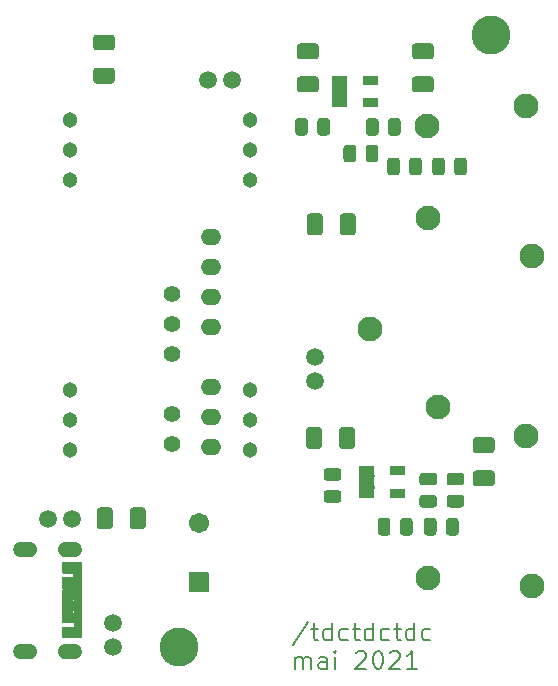
<source format=gbr>
G04 #@! TF.GenerationSoftware,KiCad,Pcbnew,(5.1.7)-1*
G04 #@! TF.CreationDate,2021-05-24T20:06:32+02:00*
G04 #@! TF.ProjectId,dcdcdc,64636463-6463-42e6-9b69-6361645f7063,rev?*
G04 #@! TF.SameCoordinates,Original*
G04 #@! TF.FileFunction,Soldermask,Top*
G04 #@! TF.FilePolarity,Negative*
%FSLAX46Y46*%
G04 Gerber Fmt 4.6, Leading zero omitted, Abs format (unit mm)*
G04 Created by KiCad (PCBNEW (5.1.7)-1) date 2021-05-24 20:06:32*
%MOMM*%
%LPD*%
G01*
G04 APERTURE LIST*
%ADD10C,0.150000*%
%ADD11C,0.010000*%
%ADD12C,1.502000*%
%ADD13C,1.302000*%
%ADD14C,1.702000*%
%ADD15C,0.602000*%
%ADD16C,3.302000*%
%ADD17O,1.702000X1.402000*%
%ADD18C,1.405000*%
%ADD19C,2.102000*%
%ADD20C,2.100980*%
%ADD21C,0.100000*%
G04 APERTURE END LIST*
D10*
X25529071Y-53152142D02*
X24243357Y-55080714D01*
X25814785Y-53723571D02*
X26386214Y-53723571D01*
X26029071Y-53223571D02*
X26029071Y-54509285D01*
X26100500Y-54652142D01*
X26243357Y-54723571D01*
X26386214Y-54723571D01*
X27529071Y-54723571D02*
X27529071Y-53223571D01*
X27529071Y-54652142D02*
X27386214Y-54723571D01*
X27100500Y-54723571D01*
X26957642Y-54652142D01*
X26886214Y-54580714D01*
X26814785Y-54437857D01*
X26814785Y-54009285D01*
X26886214Y-53866428D01*
X26957642Y-53795000D01*
X27100500Y-53723571D01*
X27386214Y-53723571D01*
X27529071Y-53795000D01*
X28886214Y-54652142D02*
X28743357Y-54723571D01*
X28457642Y-54723571D01*
X28314785Y-54652142D01*
X28243357Y-54580714D01*
X28171928Y-54437857D01*
X28171928Y-54009285D01*
X28243357Y-53866428D01*
X28314785Y-53795000D01*
X28457642Y-53723571D01*
X28743357Y-53723571D01*
X28886214Y-53795000D01*
X29314785Y-53723571D02*
X29886214Y-53723571D01*
X29529071Y-53223571D02*
X29529071Y-54509285D01*
X29600500Y-54652142D01*
X29743357Y-54723571D01*
X29886214Y-54723571D01*
X31029071Y-54723571D02*
X31029071Y-53223571D01*
X31029071Y-54652142D02*
X30886214Y-54723571D01*
X30600500Y-54723571D01*
X30457642Y-54652142D01*
X30386214Y-54580714D01*
X30314785Y-54437857D01*
X30314785Y-54009285D01*
X30386214Y-53866428D01*
X30457642Y-53795000D01*
X30600500Y-53723571D01*
X30886214Y-53723571D01*
X31029071Y-53795000D01*
X32386214Y-54652142D02*
X32243357Y-54723571D01*
X31957642Y-54723571D01*
X31814785Y-54652142D01*
X31743357Y-54580714D01*
X31671928Y-54437857D01*
X31671928Y-54009285D01*
X31743357Y-53866428D01*
X31814785Y-53795000D01*
X31957642Y-53723571D01*
X32243357Y-53723571D01*
X32386214Y-53795000D01*
X32814785Y-53723571D02*
X33386214Y-53723571D01*
X33029071Y-53223571D02*
X33029071Y-54509285D01*
X33100500Y-54652142D01*
X33243357Y-54723571D01*
X33386214Y-54723571D01*
X34529071Y-54723571D02*
X34529071Y-53223571D01*
X34529071Y-54652142D02*
X34386214Y-54723571D01*
X34100500Y-54723571D01*
X33957642Y-54652142D01*
X33886214Y-54580714D01*
X33814785Y-54437857D01*
X33814785Y-54009285D01*
X33886214Y-53866428D01*
X33957642Y-53795000D01*
X34100500Y-53723571D01*
X34386214Y-53723571D01*
X34529071Y-53795000D01*
X35886214Y-54652142D02*
X35743357Y-54723571D01*
X35457642Y-54723571D01*
X35314785Y-54652142D01*
X35243357Y-54580714D01*
X35171928Y-54437857D01*
X35171928Y-54009285D01*
X35243357Y-53866428D01*
X35314785Y-53795000D01*
X35457642Y-53723571D01*
X35743357Y-53723571D01*
X35886214Y-53795000D01*
X24457642Y-57123571D02*
X24457642Y-56123571D01*
X24457642Y-56266428D02*
X24529071Y-56195000D01*
X24671928Y-56123571D01*
X24886214Y-56123571D01*
X25029071Y-56195000D01*
X25100500Y-56337857D01*
X25100500Y-57123571D01*
X25100500Y-56337857D02*
X25171928Y-56195000D01*
X25314785Y-56123571D01*
X25529071Y-56123571D01*
X25671928Y-56195000D01*
X25743357Y-56337857D01*
X25743357Y-57123571D01*
X27100500Y-57123571D02*
X27100500Y-56337857D01*
X27029071Y-56195000D01*
X26886214Y-56123571D01*
X26600500Y-56123571D01*
X26457642Y-56195000D01*
X27100500Y-57052142D02*
X26957642Y-57123571D01*
X26600500Y-57123571D01*
X26457642Y-57052142D01*
X26386214Y-56909285D01*
X26386214Y-56766428D01*
X26457642Y-56623571D01*
X26600500Y-56552142D01*
X26957642Y-56552142D01*
X27100500Y-56480714D01*
X27814785Y-57123571D02*
X27814785Y-56123571D01*
X27814785Y-55623571D02*
X27743357Y-55695000D01*
X27814785Y-55766428D01*
X27886214Y-55695000D01*
X27814785Y-55623571D01*
X27814785Y-55766428D01*
X29600500Y-55766428D02*
X29671928Y-55695000D01*
X29814785Y-55623571D01*
X30171928Y-55623571D01*
X30314785Y-55695000D01*
X30386214Y-55766428D01*
X30457642Y-55909285D01*
X30457642Y-56052142D01*
X30386214Y-56266428D01*
X29529071Y-57123571D01*
X30457642Y-57123571D01*
X31386214Y-55623571D02*
X31529071Y-55623571D01*
X31671928Y-55695000D01*
X31743357Y-55766428D01*
X31814785Y-55909285D01*
X31886214Y-56195000D01*
X31886214Y-56552142D01*
X31814785Y-56837857D01*
X31743357Y-56980714D01*
X31671928Y-57052142D01*
X31529071Y-57123571D01*
X31386214Y-57123571D01*
X31243357Y-57052142D01*
X31171928Y-56980714D01*
X31100500Y-56837857D01*
X31029071Y-56552142D01*
X31029071Y-56195000D01*
X31100500Y-55909285D01*
X31171928Y-55766428D01*
X31243357Y-55695000D01*
X31386214Y-55623571D01*
X32457642Y-55766428D02*
X32529071Y-55695000D01*
X32671928Y-55623571D01*
X33029071Y-55623571D01*
X33171928Y-55695000D01*
X33243357Y-55766428D01*
X33314785Y-55909285D01*
X33314785Y-56052142D01*
X33243357Y-56266428D01*
X32386214Y-57123571D01*
X33314785Y-57123571D01*
X34743357Y-57123571D02*
X33886214Y-57123571D01*
X34314785Y-57123571D02*
X34314785Y-55623571D01*
X34171928Y-55837857D01*
X34029071Y-55980714D01*
X33886214Y-56052142D01*
D11*
G36*
X1524000Y-55630000D02*
G01*
X1514000Y-55630000D01*
X1514000Y-56230000D01*
X1174000Y-56230000D01*
X1142598Y-56229178D01*
X1111283Y-56226713D01*
X1080139Y-56222613D01*
X1049253Y-56216889D01*
X1018709Y-56209555D01*
X988590Y-56200634D01*
X958979Y-56190148D01*
X929958Y-56178127D01*
X901606Y-56164604D01*
X874000Y-56149615D01*
X847217Y-56133202D01*
X821329Y-56115410D01*
X796408Y-56096288D01*
X772522Y-56075887D01*
X749736Y-56054264D01*
X728113Y-56031478D01*
X707712Y-56007592D01*
X688590Y-55982671D01*
X670798Y-55956783D01*
X654385Y-55930000D01*
X639396Y-55902394D01*
X625873Y-55874042D01*
X613852Y-55845021D01*
X603366Y-55815410D01*
X594445Y-55785291D01*
X587111Y-55754747D01*
X581387Y-55723861D01*
X577287Y-55692717D01*
X574822Y-55661402D01*
X574000Y-55630000D01*
X574822Y-55598598D01*
X577287Y-55567283D01*
X581387Y-55536139D01*
X587111Y-55505253D01*
X594445Y-55474709D01*
X603366Y-55444590D01*
X613852Y-55414979D01*
X625873Y-55385958D01*
X639396Y-55357606D01*
X654385Y-55330000D01*
X670798Y-55303217D01*
X688590Y-55277329D01*
X707712Y-55252408D01*
X728113Y-55228522D01*
X749736Y-55205736D01*
X772522Y-55184113D01*
X796408Y-55163712D01*
X821329Y-55144590D01*
X847217Y-55126798D01*
X874000Y-55110385D01*
X901606Y-55095396D01*
X929958Y-55081873D01*
X958979Y-55069852D01*
X988590Y-55059366D01*
X1018709Y-55050445D01*
X1049253Y-55043111D01*
X1080139Y-55037387D01*
X1111283Y-55033287D01*
X1142598Y-55030822D01*
X1174000Y-55030000D01*
X1874000Y-55030000D01*
X1905402Y-55030822D01*
X1936717Y-55033287D01*
X1967861Y-55037387D01*
X1998747Y-55043111D01*
X2029291Y-55050445D01*
X2059410Y-55059366D01*
X2089021Y-55069852D01*
X2118042Y-55081873D01*
X2146394Y-55095396D01*
X2174000Y-55110385D01*
X2200783Y-55126798D01*
X2226671Y-55144590D01*
X2251592Y-55163712D01*
X2275478Y-55184113D01*
X2298264Y-55205736D01*
X2319887Y-55228522D01*
X2340288Y-55252408D01*
X2359410Y-55277329D01*
X2377202Y-55303217D01*
X2393615Y-55330000D01*
X2408604Y-55357606D01*
X2422127Y-55385958D01*
X2434148Y-55414979D01*
X2444634Y-55444590D01*
X2453555Y-55474709D01*
X2460889Y-55505253D01*
X2466613Y-55536139D01*
X2470713Y-55567283D01*
X2473178Y-55598598D01*
X2474000Y-55630000D01*
X2473178Y-55661402D01*
X2470713Y-55692717D01*
X2466613Y-55723861D01*
X2460889Y-55754747D01*
X2453555Y-55785291D01*
X2444634Y-55815410D01*
X2434148Y-55845021D01*
X2422127Y-55874042D01*
X2408604Y-55902394D01*
X2393615Y-55930000D01*
X2377202Y-55956783D01*
X2359410Y-55982671D01*
X2340288Y-56007592D01*
X2319887Y-56031478D01*
X2298264Y-56054264D01*
X2275478Y-56075887D01*
X2251592Y-56096288D01*
X2226671Y-56115410D01*
X2200783Y-56133202D01*
X2174000Y-56149615D01*
X2146394Y-56164604D01*
X2118042Y-56178127D01*
X2089021Y-56190148D01*
X2059410Y-56200634D01*
X2029291Y-56209555D01*
X1998747Y-56216889D01*
X1967861Y-56222613D01*
X1936717Y-56226713D01*
X1905402Y-56229178D01*
X1874000Y-56230000D01*
X1524000Y-56230000D01*
X1524000Y-55630000D01*
G37*
X1524000Y-55630000D02*
X1514000Y-55630000D01*
X1514000Y-56230000D01*
X1174000Y-56230000D01*
X1142598Y-56229178D01*
X1111283Y-56226713D01*
X1080139Y-56222613D01*
X1049253Y-56216889D01*
X1018709Y-56209555D01*
X988590Y-56200634D01*
X958979Y-56190148D01*
X929958Y-56178127D01*
X901606Y-56164604D01*
X874000Y-56149615D01*
X847217Y-56133202D01*
X821329Y-56115410D01*
X796408Y-56096288D01*
X772522Y-56075887D01*
X749736Y-56054264D01*
X728113Y-56031478D01*
X707712Y-56007592D01*
X688590Y-55982671D01*
X670798Y-55956783D01*
X654385Y-55930000D01*
X639396Y-55902394D01*
X625873Y-55874042D01*
X613852Y-55845021D01*
X603366Y-55815410D01*
X594445Y-55785291D01*
X587111Y-55754747D01*
X581387Y-55723861D01*
X577287Y-55692717D01*
X574822Y-55661402D01*
X574000Y-55630000D01*
X574822Y-55598598D01*
X577287Y-55567283D01*
X581387Y-55536139D01*
X587111Y-55505253D01*
X594445Y-55474709D01*
X603366Y-55444590D01*
X613852Y-55414979D01*
X625873Y-55385958D01*
X639396Y-55357606D01*
X654385Y-55330000D01*
X670798Y-55303217D01*
X688590Y-55277329D01*
X707712Y-55252408D01*
X728113Y-55228522D01*
X749736Y-55205736D01*
X772522Y-55184113D01*
X796408Y-55163712D01*
X821329Y-55144590D01*
X847217Y-55126798D01*
X874000Y-55110385D01*
X901606Y-55095396D01*
X929958Y-55081873D01*
X958979Y-55069852D01*
X988590Y-55059366D01*
X1018709Y-55050445D01*
X1049253Y-55043111D01*
X1080139Y-55037387D01*
X1111283Y-55033287D01*
X1142598Y-55030822D01*
X1174000Y-55030000D01*
X1874000Y-55030000D01*
X1905402Y-55030822D01*
X1936717Y-55033287D01*
X1967861Y-55037387D01*
X1998747Y-55043111D01*
X2029291Y-55050445D01*
X2059410Y-55059366D01*
X2089021Y-55069852D01*
X2118042Y-55081873D01*
X2146394Y-55095396D01*
X2174000Y-55110385D01*
X2200783Y-55126798D01*
X2226671Y-55144590D01*
X2251592Y-55163712D01*
X2275478Y-55184113D01*
X2298264Y-55205736D01*
X2319887Y-55228522D01*
X2340288Y-55252408D01*
X2359410Y-55277329D01*
X2377202Y-55303217D01*
X2393615Y-55330000D01*
X2408604Y-55357606D01*
X2422127Y-55385958D01*
X2434148Y-55414979D01*
X2444634Y-55444590D01*
X2453555Y-55474709D01*
X2460889Y-55505253D01*
X2466613Y-55536139D01*
X2470713Y-55567283D01*
X2473178Y-55598598D01*
X2474000Y-55630000D01*
X2473178Y-55661402D01*
X2470713Y-55692717D01*
X2466613Y-55723861D01*
X2460889Y-55754747D01*
X2453555Y-55785291D01*
X2444634Y-55815410D01*
X2434148Y-55845021D01*
X2422127Y-55874042D01*
X2408604Y-55902394D01*
X2393615Y-55930000D01*
X2377202Y-55956783D01*
X2359410Y-55982671D01*
X2340288Y-56007592D01*
X2319887Y-56031478D01*
X2298264Y-56054264D01*
X2275478Y-56075887D01*
X2251592Y-56096288D01*
X2226671Y-56115410D01*
X2200783Y-56133202D01*
X2174000Y-56149615D01*
X2146394Y-56164604D01*
X2118042Y-56178127D01*
X2089021Y-56190148D01*
X2059410Y-56200634D01*
X2029291Y-56209555D01*
X1998747Y-56216889D01*
X1967861Y-56222613D01*
X1936717Y-56226713D01*
X1905402Y-56229178D01*
X1874000Y-56230000D01*
X1524000Y-56230000D01*
X1524000Y-55630000D01*
G36*
X1524000Y-46990000D02*
G01*
X1514000Y-46990000D01*
X1514000Y-47590000D01*
X1174000Y-47590000D01*
X1142598Y-47589178D01*
X1111283Y-47586713D01*
X1080139Y-47582613D01*
X1049253Y-47576889D01*
X1018709Y-47569555D01*
X988590Y-47560634D01*
X958979Y-47550148D01*
X929958Y-47538127D01*
X901606Y-47524604D01*
X874000Y-47509615D01*
X847217Y-47493202D01*
X821329Y-47475410D01*
X796408Y-47456288D01*
X772522Y-47435887D01*
X749736Y-47414264D01*
X728113Y-47391478D01*
X707712Y-47367592D01*
X688590Y-47342671D01*
X670798Y-47316783D01*
X654385Y-47290000D01*
X639396Y-47262394D01*
X625873Y-47234042D01*
X613852Y-47205021D01*
X603366Y-47175410D01*
X594445Y-47145291D01*
X587111Y-47114747D01*
X581387Y-47083861D01*
X577287Y-47052717D01*
X574822Y-47021402D01*
X574000Y-46990000D01*
X574822Y-46958598D01*
X577287Y-46927283D01*
X581387Y-46896139D01*
X587111Y-46865253D01*
X594445Y-46834709D01*
X603366Y-46804590D01*
X613852Y-46774979D01*
X625873Y-46745958D01*
X639396Y-46717606D01*
X654385Y-46690000D01*
X670798Y-46663217D01*
X688590Y-46637329D01*
X707712Y-46612408D01*
X728113Y-46588522D01*
X749736Y-46565736D01*
X772522Y-46544113D01*
X796408Y-46523712D01*
X821329Y-46504590D01*
X847217Y-46486798D01*
X874000Y-46470385D01*
X901606Y-46455396D01*
X929958Y-46441873D01*
X958979Y-46429852D01*
X988590Y-46419366D01*
X1018709Y-46410445D01*
X1049253Y-46403111D01*
X1080139Y-46397387D01*
X1111283Y-46393287D01*
X1142598Y-46390822D01*
X1174000Y-46390000D01*
X1874000Y-46390000D01*
X1905402Y-46390822D01*
X1936717Y-46393287D01*
X1967861Y-46397387D01*
X1998747Y-46403111D01*
X2029291Y-46410445D01*
X2059410Y-46419366D01*
X2089021Y-46429852D01*
X2118042Y-46441873D01*
X2146394Y-46455396D01*
X2174000Y-46470385D01*
X2200783Y-46486798D01*
X2226671Y-46504590D01*
X2251592Y-46523712D01*
X2275478Y-46544113D01*
X2298264Y-46565736D01*
X2319887Y-46588522D01*
X2340288Y-46612408D01*
X2359410Y-46637329D01*
X2377202Y-46663217D01*
X2393615Y-46690000D01*
X2408604Y-46717606D01*
X2422127Y-46745958D01*
X2434148Y-46774979D01*
X2444634Y-46804590D01*
X2453555Y-46834709D01*
X2460889Y-46865253D01*
X2466613Y-46896139D01*
X2470713Y-46927283D01*
X2473178Y-46958598D01*
X2474000Y-46990000D01*
X2473178Y-47021402D01*
X2470713Y-47052717D01*
X2466613Y-47083861D01*
X2460889Y-47114747D01*
X2453555Y-47145291D01*
X2444634Y-47175410D01*
X2434148Y-47205021D01*
X2422127Y-47234042D01*
X2408604Y-47262394D01*
X2393615Y-47290000D01*
X2377202Y-47316783D01*
X2359410Y-47342671D01*
X2340288Y-47367592D01*
X2319887Y-47391478D01*
X2298264Y-47414264D01*
X2275478Y-47435887D01*
X2251592Y-47456288D01*
X2226671Y-47475410D01*
X2200783Y-47493202D01*
X2174000Y-47509615D01*
X2146394Y-47524604D01*
X2118042Y-47538127D01*
X2089021Y-47550148D01*
X2059410Y-47560634D01*
X2029291Y-47569555D01*
X1998747Y-47576889D01*
X1967861Y-47582613D01*
X1936717Y-47586713D01*
X1905402Y-47589178D01*
X1874000Y-47590000D01*
X1524000Y-47590000D01*
X1524000Y-46990000D01*
G37*
X1524000Y-46990000D02*
X1514000Y-46990000D01*
X1514000Y-47590000D01*
X1174000Y-47590000D01*
X1142598Y-47589178D01*
X1111283Y-47586713D01*
X1080139Y-47582613D01*
X1049253Y-47576889D01*
X1018709Y-47569555D01*
X988590Y-47560634D01*
X958979Y-47550148D01*
X929958Y-47538127D01*
X901606Y-47524604D01*
X874000Y-47509615D01*
X847217Y-47493202D01*
X821329Y-47475410D01*
X796408Y-47456288D01*
X772522Y-47435887D01*
X749736Y-47414264D01*
X728113Y-47391478D01*
X707712Y-47367592D01*
X688590Y-47342671D01*
X670798Y-47316783D01*
X654385Y-47290000D01*
X639396Y-47262394D01*
X625873Y-47234042D01*
X613852Y-47205021D01*
X603366Y-47175410D01*
X594445Y-47145291D01*
X587111Y-47114747D01*
X581387Y-47083861D01*
X577287Y-47052717D01*
X574822Y-47021402D01*
X574000Y-46990000D01*
X574822Y-46958598D01*
X577287Y-46927283D01*
X581387Y-46896139D01*
X587111Y-46865253D01*
X594445Y-46834709D01*
X603366Y-46804590D01*
X613852Y-46774979D01*
X625873Y-46745958D01*
X639396Y-46717606D01*
X654385Y-46690000D01*
X670798Y-46663217D01*
X688590Y-46637329D01*
X707712Y-46612408D01*
X728113Y-46588522D01*
X749736Y-46565736D01*
X772522Y-46544113D01*
X796408Y-46523712D01*
X821329Y-46504590D01*
X847217Y-46486798D01*
X874000Y-46470385D01*
X901606Y-46455396D01*
X929958Y-46441873D01*
X958979Y-46429852D01*
X988590Y-46419366D01*
X1018709Y-46410445D01*
X1049253Y-46403111D01*
X1080139Y-46397387D01*
X1111283Y-46393287D01*
X1142598Y-46390822D01*
X1174000Y-46390000D01*
X1874000Y-46390000D01*
X1905402Y-46390822D01*
X1936717Y-46393287D01*
X1967861Y-46397387D01*
X1998747Y-46403111D01*
X2029291Y-46410445D01*
X2059410Y-46419366D01*
X2089021Y-46429852D01*
X2118042Y-46441873D01*
X2146394Y-46455396D01*
X2174000Y-46470385D01*
X2200783Y-46486798D01*
X2226671Y-46504590D01*
X2251592Y-46523712D01*
X2275478Y-46544113D01*
X2298264Y-46565736D01*
X2319887Y-46588522D01*
X2340288Y-46612408D01*
X2359410Y-46637329D01*
X2377202Y-46663217D01*
X2393615Y-46690000D01*
X2408604Y-46717606D01*
X2422127Y-46745958D01*
X2434148Y-46774979D01*
X2444634Y-46804590D01*
X2453555Y-46834709D01*
X2460889Y-46865253D01*
X2466613Y-46896139D01*
X2470713Y-46927283D01*
X2473178Y-46958598D01*
X2474000Y-46990000D01*
X2473178Y-47021402D01*
X2470713Y-47052717D01*
X2466613Y-47083861D01*
X2460889Y-47114747D01*
X2453555Y-47145291D01*
X2444634Y-47175410D01*
X2434148Y-47205021D01*
X2422127Y-47234042D01*
X2408604Y-47262394D01*
X2393615Y-47290000D01*
X2377202Y-47316783D01*
X2359410Y-47342671D01*
X2340288Y-47367592D01*
X2319887Y-47391478D01*
X2298264Y-47414264D01*
X2275478Y-47435887D01*
X2251592Y-47456288D01*
X2226671Y-47475410D01*
X2200783Y-47493202D01*
X2174000Y-47509615D01*
X2146394Y-47524604D01*
X2118042Y-47538127D01*
X2089021Y-47550148D01*
X2059410Y-47560634D01*
X2029291Y-47569555D01*
X1998747Y-47576889D01*
X1967861Y-47582613D01*
X1936717Y-47586713D01*
X1905402Y-47589178D01*
X1874000Y-47590000D01*
X1524000Y-47590000D01*
X1524000Y-46990000D01*
G36*
X5324000Y-55630000D02*
G01*
X5314000Y-55630000D01*
X5314000Y-56230000D01*
X4974000Y-56230000D01*
X4942598Y-56229178D01*
X4911283Y-56226713D01*
X4880139Y-56222613D01*
X4849253Y-56216889D01*
X4818709Y-56209555D01*
X4788590Y-56200634D01*
X4758979Y-56190148D01*
X4729958Y-56178127D01*
X4701606Y-56164604D01*
X4674000Y-56149615D01*
X4647217Y-56133202D01*
X4621329Y-56115410D01*
X4596408Y-56096288D01*
X4572522Y-56075887D01*
X4549736Y-56054264D01*
X4528113Y-56031478D01*
X4507712Y-56007592D01*
X4488590Y-55982671D01*
X4470798Y-55956783D01*
X4454385Y-55930000D01*
X4439396Y-55902394D01*
X4425873Y-55874042D01*
X4413852Y-55845021D01*
X4403366Y-55815410D01*
X4394445Y-55785291D01*
X4387111Y-55754747D01*
X4381387Y-55723861D01*
X4377287Y-55692717D01*
X4374822Y-55661402D01*
X4374000Y-55630000D01*
X4374822Y-55598598D01*
X4377287Y-55567283D01*
X4381387Y-55536139D01*
X4387111Y-55505253D01*
X4394445Y-55474709D01*
X4403366Y-55444590D01*
X4413852Y-55414979D01*
X4425873Y-55385958D01*
X4439396Y-55357606D01*
X4454385Y-55330000D01*
X4470798Y-55303217D01*
X4488590Y-55277329D01*
X4507712Y-55252408D01*
X4528113Y-55228522D01*
X4549736Y-55205736D01*
X4572522Y-55184113D01*
X4596408Y-55163712D01*
X4621329Y-55144590D01*
X4647217Y-55126798D01*
X4674000Y-55110385D01*
X4701606Y-55095396D01*
X4729958Y-55081873D01*
X4758979Y-55069852D01*
X4788590Y-55059366D01*
X4818709Y-55050445D01*
X4849253Y-55043111D01*
X4880139Y-55037387D01*
X4911283Y-55033287D01*
X4942598Y-55030822D01*
X4974000Y-55030000D01*
X5674000Y-55030000D01*
X5705402Y-55030822D01*
X5736717Y-55033287D01*
X5767861Y-55037387D01*
X5798747Y-55043111D01*
X5829291Y-55050445D01*
X5859410Y-55059366D01*
X5889021Y-55069852D01*
X5918042Y-55081873D01*
X5946394Y-55095396D01*
X5974000Y-55110385D01*
X6000783Y-55126798D01*
X6026671Y-55144590D01*
X6051592Y-55163712D01*
X6075478Y-55184113D01*
X6098264Y-55205736D01*
X6119887Y-55228522D01*
X6140288Y-55252408D01*
X6159410Y-55277329D01*
X6177202Y-55303217D01*
X6193615Y-55330000D01*
X6208604Y-55357606D01*
X6222127Y-55385958D01*
X6234148Y-55414979D01*
X6244634Y-55444590D01*
X6253555Y-55474709D01*
X6260889Y-55505253D01*
X6266613Y-55536139D01*
X6270713Y-55567283D01*
X6273178Y-55598598D01*
X6274000Y-55630000D01*
X6273178Y-55661402D01*
X6270713Y-55692717D01*
X6266613Y-55723861D01*
X6260889Y-55754747D01*
X6253555Y-55785291D01*
X6244634Y-55815410D01*
X6234148Y-55845021D01*
X6222127Y-55874042D01*
X6208604Y-55902394D01*
X6193615Y-55930000D01*
X6177202Y-55956783D01*
X6159410Y-55982671D01*
X6140288Y-56007592D01*
X6119887Y-56031478D01*
X6098264Y-56054264D01*
X6075478Y-56075887D01*
X6051592Y-56096288D01*
X6026671Y-56115410D01*
X6000783Y-56133202D01*
X5974000Y-56149615D01*
X5946394Y-56164604D01*
X5918042Y-56178127D01*
X5889021Y-56190148D01*
X5859410Y-56200634D01*
X5829291Y-56209555D01*
X5798747Y-56216889D01*
X5767861Y-56222613D01*
X5736717Y-56226713D01*
X5705402Y-56229178D01*
X5674000Y-56230000D01*
X5324000Y-56230000D01*
X5324000Y-55630000D01*
G37*
X5324000Y-55630000D02*
X5314000Y-55630000D01*
X5314000Y-56230000D01*
X4974000Y-56230000D01*
X4942598Y-56229178D01*
X4911283Y-56226713D01*
X4880139Y-56222613D01*
X4849253Y-56216889D01*
X4818709Y-56209555D01*
X4788590Y-56200634D01*
X4758979Y-56190148D01*
X4729958Y-56178127D01*
X4701606Y-56164604D01*
X4674000Y-56149615D01*
X4647217Y-56133202D01*
X4621329Y-56115410D01*
X4596408Y-56096288D01*
X4572522Y-56075887D01*
X4549736Y-56054264D01*
X4528113Y-56031478D01*
X4507712Y-56007592D01*
X4488590Y-55982671D01*
X4470798Y-55956783D01*
X4454385Y-55930000D01*
X4439396Y-55902394D01*
X4425873Y-55874042D01*
X4413852Y-55845021D01*
X4403366Y-55815410D01*
X4394445Y-55785291D01*
X4387111Y-55754747D01*
X4381387Y-55723861D01*
X4377287Y-55692717D01*
X4374822Y-55661402D01*
X4374000Y-55630000D01*
X4374822Y-55598598D01*
X4377287Y-55567283D01*
X4381387Y-55536139D01*
X4387111Y-55505253D01*
X4394445Y-55474709D01*
X4403366Y-55444590D01*
X4413852Y-55414979D01*
X4425873Y-55385958D01*
X4439396Y-55357606D01*
X4454385Y-55330000D01*
X4470798Y-55303217D01*
X4488590Y-55277329D01*
X4507712Y-55252408D01*
X4528113Y-55228522D01*
X4549736Y-55205736D01*
X4572522Y-55184113D01*
X4596408Y-55163712D01*
X4621329Y-55144590D01*
X4647217Y-55126798D01*
X4674000Y-55110385D01*
X4701606Y-55095396D01*
X4729958Y-55081873D01*
X4758979Y-55069852D01*
X4788590Y-55059366D01*
X4818709Y-55050445D01*
X4849253Y-55043111D01*
X4880139Y-55037387D01*
X4911283Y-55033287D01*
X4942598Y-55030822D01*
X4974000Y-55030000D01*
X5674000Y-55030000D01*
X5705402Y-55030822D01*
X5736717Y-55033287D01*
X5767861Y-55037387D01*
X5798747Y-55043111D01*
X5829291Y-55050445D01*
X5859410Y-55059366D01*
X5889021Y-55069852D01*
X5918042Y-55081873D01*
X5946394Y-55095396D01*
X5974000Y-55110385D01*
X6000783Y-55126798D01*
X6026671Y-55144590D01*
X6051592Y-55163712D01*
X6075478Y-55184113D01*
X6098264Y-55205736D01*
X6119887Y-55228522D01*
X6140288Y-55252408D01*
X6159410Y-55277329D01*
X6177202Y-55303217D01*
X6193615Y-55330000D01*
X6208604Y-55357606D01*
X6222127Y-55385958D01*
X6234148Y-55414979D01*
X6244634Y-55444590D01*
X6253555Y-55474709D01*
X6260889Y-55505253D01*
X6266613Y-55536139D01*
X6270713Y-55567283D01*
X6273178Y-55598598D01*
X6274000Y-55630000D01*
X6273178Y-55661402D01*
X6270713Y-55692717D01*
X6266613Y-55723861D01*
X6260889Y-55754747D01*
X6253555Y-55785291D01*
X6244634Y-55815410D01*
X6234148Y-55845021D01*
X6222127Y-55874042D01*
X6208604Y-55902394D01*
X6193615Y-55930000D01*
X6177202Y-55956783D01*
X6159410Y-55982671D01*
X6140288Y-56007592D01*
X6119887Y-56031478D01*
X6098264Y-56054264D01*
X6075478Y-56075887D01*
X6051592Y-56096288D01*
X6026671Y-56115410D01*
X6000783Y-56133202D01*
X5974000Y-56149615D01*
X5946394Y-56164604D01*
X5918042Y-56178127D01*
X5889021Y-56190148D01*
X5859410Y-56200634D01*
X5829291Y-56209555D01*
X5798747Y-56216889D01*
X5767861Y-56222613D01*
X5736717Y-56226713D01*
X5705402Y-56229178D01*
X5674000Y-56230000D01*
X5324000Y-56230000D01*
X5324000Y-55630000D01*
G36*
X5324000Y-46990000D02*
G01*
X5314000Y-46990000D01*
X5314000Y-47590000D01*
X4974000Y-47590000D01*
X4942598Y-47589178D01*
X4911283Y-47586713D01*
X4880139Y-47582613D01*
X4849253Y-47576889D01*
X4818709Y-47569555D01*
X4788590Y-47560634D01*
X4758979Y-47550148D01*
X4729958Y-47538127D01*
X4701606Y-47524604D01*
X4674000Y-47509615D01*
X4647217Y-47493202D01*
X4621329Y-47475410D01*
X4596408Y-47456288D01*
X4572522Y-47435887D01*
X4549736Y-47414264D01*
X4528113Y-47391478D01*
X4507712Y-47367592D01*
X4488590Y-47342671D01*
X4470798Y-47316783D01*
X4454385Y-47290000D01*
X4439396Y-47262394D01*
X4425873Y-47234042D01*
X4413852Y-47205021D01*
X4403366Y-47175410D01*
X4394445Y-47145291D01*
X4387111Y-47114747D01*
X4381387Y-47083861D01*
X4377287Y-47052717D01*
X4374822Y-47021402D01*
X4374000Y-46990000D01*
X4374822Y-46958598D01*
X4377287Y-46927283D01*
X4381387Y-46896139D01*
X4387111Y-46865253D01*
X4394445Y-46834709D01*
X4403366Y-46804590D01*
X4413852Y-46774979D01*
X4425873Y-46745958D01*
X4439396Y-46717606D01*
X4454385Y-46690000D01*
X4470798Y-46663217D01*
X4488590Y-46637329D01*
X4507712Y-46612408D01*
X4528113Y-46588522D01*
X4549736Y-46565736D01*
X4572522Y-46544113D01*
X4596408Y-46523712D01*
X4621329Y-46504590D01*
X4647217Y-46486798D01*
X4674000Y-46470385D01*
X4701606Y-46455396D01*
X4729958Y-46441873D01*
X4758979Y-46429852D01*
X4788590Y-46419366D01*
X4818709Y-46410445D01*
X4849253Y-46403111D01*
X4880139Y-46397387D01*
X4911283Y-46393287D01*
X4942598Y-46390822D01*
X4974000Y-46390000D01*
X5674000Y-46390000D01*
X5705402Y-46390822D01*
X5736717Y-46393287D01*
X5767861Y-46397387D01*
X5798747Y-46403111D01*
X5829291Y-46410445D01*
X5859410Y-46419366D01*
X5889021Y-46429852D01*
X5918042Y-46441873D01*
X5946394Y-46455396D01*
X5974000Y-46470385D01*
X6000783Y-46486798D01*
X6026671Y-46504590D01*
X6051592Y-46523712D01*
X6075478Y-46544113D01*
X6098264Y-46565736D01*
X6119887Y-46588522D01*
X6140288Y-46612408D01*
X6159410Y-46637329D01*
X6177202Y-46663217D01*
X6193615Y-46690000D01*
X6208604Y-46717606D01*
X6222127Y-46745958D01*
X6234148Y-46774979D01*
X6244634Y-46804590D01*
X6253555Y-46834709D01*
X6260889Y-46865253D01*
X6266613Y-46896139D01*
X6270713Y-46927283D01*
X6273178Y-46958598D01*
X6274000Y-46990000D01*
X6273178Y-47021402D01*
X6270713Y-47052717D01*
X6266613Y-47083861D01*
X6260889Y-47114747D01*
X6253555Y-47145291D01*
X6244634Y-47175410D01*
X6234148Y-47205021D01*
X6222127Y-47234042D01*
X6208604Y-47262394D01*
X6193615Y-47290000D01*
X6177202Y-47316783D01*
X6159410Y-47342671D01*
X6140288Y-47367592D01*
X6119887Y-47391478D01*
X6098264Y-47414264D01*
X6075478Y-47435887D01*
X6051592Y-47456288D01*
X6026671Y-47475410D01*
X6000783Y-47493202D01*
X5974000Y-47509615D01*
X5946394Y-47524604D01*
X5918042Y-47538127D01*
X5889021Y-47550148D01*
X5859410Y-47560634D01*
X5829291Y-47569555D01*
X5798747Y-47576889D01*
X5767861Y-47582613D01*
X5736717Y-47586713D01*
X5705402Y-47589178D01*
X5674000Y-47590000D01*
X5324000Y-47590000D01*
X5324000Y-46990000D01*
G37*
X5324000Y-46990000D02*
X5314000Y-46990000D01*
X5314000Y-47590000D01*
X4974000Y-47590000D01*
X4942598Y-47589178D01*
X4911283Y-47586713D01*
X4880139Y-47582613D01*
X4849253Y-47576889D01*
X4818709Y-47569555D01*
X4788590Y-47560634D01*
X4758979Y-47550148D01*
X4729958Y-47538127D01*
X4701606Y-47524604D01*
X4674000Y-47509615D01*
X4647217Y-47493202D01*
X4621329Y-47475410D01*
X4596408Y-47456288D01*
X4572522Y-47435887D01*
X4549736Y-47414264D01*
X4528113Y-47391478D01*
X4507712Y-47367592D01*
X4488590Y-47342671D01*
X4470798Y-47316783D01*
X4454385Y-47290000D01*
X4439396Y-47262394D01*
X4425873Y-47234042D01*
X4413852Y-47205021D01*
X4403366Y-47175410D01*
X4394445Y-47145291D01*
X4387111Y-47114747D01*
X4381387Y-47083861D01*
X4377287Y-47052717D01*
X4374822Y-47021402D01*
X4374000Y-46990000D01*
X4374822Y-46958598D01*
X4377287Y-46927283D01*
X4381387Y-46896139D01*
X4387111Y-46865253D01*
X4394445Y-46834709D01*
X4403366Y-46804590D01*
X4413852Y-46774979D01*
X4425873Y-46745958D01*
X4439396Y-46717606D01*
X4454385Y-46690000D01*
X4470798Y-46663217D01*
X4488590Y-46637329D01*
X4507712Y-46612408D01*
X4528113Y-46588522D01*
X4549736Y-46565736D01*
X4572522Y-46544113D01*
X4596408Y-46523712D01*
X4621329Y-46504590D01*
X4647217Y-46486798D01*
X4674000Y-46470385D01*
X4701606Y-46455396D01*
X4729958Y-46441873D01*
X4758979Y-46429852D01*
X4788590Y-46419366D01*
X4818709Y-46410445D01*
X4849253Y-46403111D01*
X4880139Y-46397387D01*
X4911283Y-46393287D01*
X4942598Y-46390822D01*
X4974000Y-46390000D01*
X5674000Y-46390000D01*
X5705402Y-46390822D01*
X5736717Y-46393287D01*
X5767861Y-46397387D01*
X5798747Y-46403111D01*
X5829291Y-46410445D01*
X5859410Y-46419366D01*
X5889021Y-46429852D01*
X5918042Y-46441873D01*
X5946394Y-46455396D01*
X5974000Y-46470385D01*
X6000783Y-46486798D01*
X6026671Y-46504590D01*
X6051592Y-46523712D01*
X6075478Y-46544113D01*
X6098264Y-46565736D01*
X6119887Y-46588522D01*
X6140288Y-46612408D01*
X6159410Y-46637329D01*
X6177202Y-46663217D01*
X6193615Y-46690000D01*
X6208604Y-46717606D01*
X6222127Y-46745958D01*
X6234148Y-46774979D01*
X6244634Y-46804590D01*
X6253555Y-46834709D01*
X6260889Y-46865253D01*
X6266613Y-46896139D01*
X6270713Y-46927283D01*
X6273178Y-46958598D01*
X6274000Y-46990000D01*
X6273178Y-47021402D01*
X6270713Y-47052717D01*
X6266613Y-47083861D01*
X6260889Y-47114747D01*
X6253555Y-47145291D01*
X6244634Y-47175410D01*
X6234148Y-47205021D01*
X6222127Y-47234042D01*
X6208604Y-47262394D01*
X6193615Y-47290000D01*
X6177202Y-47316783D01*
X6159410Y-47342671D01*
X6140288Y-47367592D01*
X6119887Y-47391478D01*
X6098264Y-47414264D01*
X6075478Y-47435887D01*
X6051592Y-47456288D01*
X6026671Y-47475410D01*
X6000783Y-47493202D01*
X5974000Y-47509615D01*
X5946394Y-47524604D01*
X5918042Y-47538127D01*
X5889021Y-47550148D01*
X5859410Y-47560634D01*
X5829291Y-47569555D01*
X5798747Y-47576889D01*
X5767861Y-47582613D01*
X5736717Y-47586713D01*
X5705402Y-47589178D01*
X5674000Y-47590000D01*
X5324000Y-47590000D01*
X5324000Y-46990000D01*
D10*
X25529071Y-53152142D02*
X24243357Y-55080714D01*
X25814785Y-53723571D02*
X26386214Y-53723571D01*
X26029071Y-53223571D02*
X26029071Y-54509285D01*
X26100500Y-54652142D01*
X26243357Y-54723571D01*
X26386214Y-54723571D01*
X27529071Y-54723571D02*
X27529071Y-53223571D01*
X27529071Y-54652142D02*
X27386214Y-54723571D01*
X27100500Y-54723571D01*
X26957642Y-54652142D01*
X26886214Y-54580714D01*
X26814785Y-54437857D01*
X26814785Y-54009285D01*
X26886214Y-53866428D01*
X26957642Y-53795000D01*
X27100500Y-53723571D01*
X27386214Y-53723571D01*
X27529071Y-53795000D01*
X28886214Y-54652142D02*
X28743357Y-54723571D01*
X28457642Y-54723571D01*
X28314785Y-54652142D01*
X28243357Y-54580714D01*
X28171928Y-54437857D01*
X28171928Y-54009285D01*
X28243357Y-53866428D01*
X28314785Y-53795000D01*
X28457642Y-53723571D01*
X28743357Y-53723571D01*
X28886214Y-53795000D01*
X29314785Y-53723571D02*
X29886214Y-53723571D01*
X29529071Y-53223571D02*
X29529071Y-54509285D01*
X29600500Y-54652142D01*
X29743357Y-54723571D01*
X29886214Y-54723571D01*
X31029071Y-54723571D02*
X31029071Y-53223571D01*
X31029071Y-54652142D02*
X30886214Y-54723571D01*
X30600500Y-54723571D01*
X30457642Y-54652142D01*
X30386214Y-54580714D01*
X30314785Y-54437857D01*
X30314785Y-54009285D01*
X30386214Y-53866428D01*
X30457642Y-53795000D01*
X30600500Y-53723571D01*
X30886214Y-53723571D01*
X31029071Y-53795000D01*
X32386214Y-54652142D02*
X32243357Y-54723571D01*
X31957642Y-54723571D01*
X31814785Y-54652142D01*
X31743357Y-54580714D01*
X31671928Y-54437857D01*
X31671928Y-54009285D01*
X31743357Y-53866428D01*
X31814785Y-53795000D01*
X31957642Y-53723571D01*
X32243357Y-53723571D01*
X32386214Y-53795000D01*
X32814785Y-53723571D02*
X33386214Y-53723571D01*
X33029071Y-53223571D02*
X33029071Y-54509285D01*
X33100500Y-54652142D01*
X33243357Y-54723571D01*
X33386214Y-54723571D01*
X34529071Y-54723571D02*
X34529071Y-53223571D01*
X34529071Y-54652142D02*
X34386214Y-54723571D01*
X34100500Y-54723571D01*
X33957642Y-54652142D01*
X33886214Y-54580714D01*
X33814785Y-54437857D01*
X33814785Y-54009285D01*
X33886214Y-53866428D01*
X33957642Y-53795000D01*
X34100500Y-53723571D01*
X34386214Y-53723571D01*
X34529071Y-53795000D01*
X35886214Y-54652142D02*
X35743357Y-54723571D01*
X35457642Y-54723571D01*
X35314785Y-54652142D01*
X35243357Y-54580714D01*
X35171928Y-54437857D01*
X35171928Y-54009285D01*
X35243357Y-53866428D01*
X35314785Y-53795000D01*
X35457642Y-53723571D01*
X35743357Y-53723571D01*
X35886214Y-53795000D01*
X24457642Y-57123571D02*
X24457642Y-56123571D01*
X24457642Y-56266428D02*
X24529071Y-56195000D01*
X24671928Y-56123571D01*
X24886214Y-56123571D01*
X25029071Y-56195000D01*
X25100500Y-56337857D01*
X25100500Y-57123571D01*
X25100500Y-56337857D02*
X25171928Y-56195000D01*
X25314785Y-56123571D01*
X25529071Y-56123571D01*
X25671928Y-56195000D01*
X25743357Y-56337857D01*
X25743357Y-57123571D01*
X27100500Y-57123571D02*
X27100500Y-56337857D01*
X27029071Y-56195000D01*
X26886214Y-56123571D01*
X26600500Y-56123571D01*
X26457642Y-56195000D01*
X27100500Y-57052142D02*
X26957642Y-57123571D01*
X26600500Y-57123571D01*
X26457642Y-57052142D01*
X26386214Y-56909285D01*
X26386214Y-56766428D01*
X26457642Y-56623571D01*
X26600500Y-56552142D01*
X26957642Y-56552142D01*
X27100500Y-56480714D01*
X27814785Y-57123571D02*
X27814785Y-56123571D01*
X27814785Y-55623571D02*
X27743357Y-55695000D01*
X27814785Y-55766428D01*
X27886214Y-55695000D01*
X27814785Y-55623571D01*
X27814785Y-55766428D01*
X29600500Y-55766428D02*
X29671928Y-55695000D01*
X29814785Y-55623571D01*
X30171928Y-55623571D01*
X30314785Y-55695000D01*
X30386214Y-55766428D01*
X30457642Y-55909285D01*
X30457642Y-56052142D01*
X30386214Y-56266428D01*
X29529071Y-57123571D01*
X30457642Y-57123571D01*
X31386214Y-55623571D02*
X31529071Y-55623571D01*
X31671928Y-55695000D01*
X31743357Y-55766428D01*
X31814785Y-55909285D01*
X31886214Y-56195000D01*
X31886214Y-56552142D01*
X31814785Y-56837857D01*
X31743357Y-56980714D01*
X31671928Y-57052142D01*
X31529071Y-57123571D01*
X31386214Y-57123571D01*
X31243357Y-57052142D01*
X31171928Y-56980714D01*
X31100500Y-56837857D01*
X31029071Y-56552142D01*
X31029071Y-56195000D01*
X31100500Y-55909285D01*
X31171928Y-55766428D01*
X31243357Y-55695000D01*
X31386214Y-55623571D01*
X32457642Y-55766428D02*
X32529071Y-55695000D01*
X32671928Y-55623571D01*
X33029071Y-55623571D01*
X33171928Y-55695000D01*
X33243357Y-55766428D01*
X33314785Y-55909285D01*
X33314785Y-56052142D01*
X33243357Y-56266428D01*
X32386214Y-57123571D01*
X33314785Y-57123571D01*
X34743357Y-57123571D02*
X33886214Y-57123571D01*
X34314785Y-57123571D02*
X34314785Y-55623571D01*
X34171928Y-55837857D01*
X34029071Y-55980714D01*
X33886214Y-56052142D01*
D11*
G36*
X1524000Y-55630000D02*
G01*
X1514000Y-55630000D01*
X1514000Y-56230000D01*
X1174000Y-56230000D01*
X1142598Y-56229178D01*
X1111283Y-56226713D01*
X1080139Y-56222613D01*
X1049253Y-56216889D01*
X1018709Y-56209555D01*
X988590Y-56200634D01*
X958979Y-56190148D01*
X929958Y-56178127D01*
X901606Y-56164604D01*
X874000Y-56149615D01*
X847217Y-56133202D01*
X821329Y-56115410D01*
X796408Y-56096288D01*
X772522Y-56075887D01*
X749736Y-56054264D01*
X728113Y-56031478D01*
X707712Y-56007592D01*
X688590Y-55982671D01*
X670798Y-55956783D01*
X654385Y-55930000D01*
X639396Y-55902394D01*
X625873Y-55874042D01*
X613852Y-55845021D01*
X603366Y-55815410D01*
X594445Y-55785291D01*
X587111Y-55754747D01*
X581387Y-55723861D01*
X577287Y-55692717D01*
X574822Y-55661402D01*
X574000Y-55630000D01*
X574822Y-55598598D01*
X577287Y-55567283D01*
X581387Y-55536139D01*
X587111Y-55505253D01*
X594445Y-55474709D01*
X603366Y-55444590D01*
X613852Y-55414979D01*
X625873Y-55385958D01*
X639396Y-55357606D01*
X654385Y-55330000D01*
X670798Y-55303217D01*
X688590Y-55277329D01*
X707712Y-55252408D01*
X728113Y-55228522D01*
X749736Y-55205736D01*
X772522Y-55184113D01*
X796408Y-55163712D01*
X821329Y-55144590D01*
X847217Y-55126798D01*
X874000Y-55110385D01*
X901606Y-55095396D01*
X929958Y-55081873D01*
X958979Y-55069852D01*
X988590Y-55059366D01*
X1018709Y-55050445D01*
X1049253Y-55043111D01*
X1080139Y-55037387D01*
X1111283Y-55033287D01*
X1142598Y-55030822D01*
X1174000Y-55030000D01*
X1874000Y-55030000D01*
X1905402Y-55030822D01*
X1936717Y-55033287D01*
X1967861Y-55037387D01*
X1998747Y-55043111D01*
X2029291Y-55050445D01*
X2059410Y-55059366D01*
X2089021Y-55069852D01*
X2118042Y-55081873D01*
X2146394Y-55095396D01*
X2174000Y-55110385D01*
X2200783Y-55126798D01*
X2226671Y-55144590D01*
X2251592Y-55163712D01*
X2275478Y-55184113D01*
X2298264Y-55205736D01*
X2319887Y-55228522D01*
X2340288Y-55252408D01*
X2359410Y-55277329D01*
X2377202Y-55303217D01*
X2393615Y-55330000D01*
X2408604Y-55357606D01*
X2422127Y-55385958D01*
X2434148Y-55414979D01*
X2444634Y-55444590D01*
X2453555Y-55474709D01*
X2460889Y-55505253D01*
X2466613Y-55536139D01*
X2470713Y-55567283D01*
X2473178Y-55598598D01*
X2474000Y-55630000D01*
X2473178Y-55661402D01*
X2470713Y-55692717D01*
X2466613Y-55723861D01*
X2460889Y-55754747D01*
X2453555Y-55785291D01*
X2444634Y-55815410D01*
X2434148Y-55845021D01*
X2422127Y-55874042D01*
X2408604Y-55902394D01*
X2393615Y-55930000D01*
X2377202Y-55956783D01*
X2359410Y-55982671D01*
X2340288Y-56007592D01*
X2319887Y-56031478D01*
X2298264Y-56054264D01*
X2275478Y-56075887D01*
X2251592Y-56096288D01*
X2226671Y-56115410D01*
X2200783Y-56133202D01*
X2174000Y-56149615D01*
X2146394Y-56164604D01*
X2118042Y-56178127D01*
X2089021Y-56190148D01*
X2059410Y-56200634D01*
X2029291Y-56209555D01*
X1998747Y-56216889D01*
X1967861Y-56222613D01*
X1936717Y-56226713D01*
X1905402Y-56229178D01*
X1874000Y-56230000D01*
X1524000Y-56230000D01*
X1524000Y-55630000D01*
G37*
X1524000Y-55630000D02*
X1514000Y-55630000D01*
X1514000Y-56230000D01*
X1174000Y-56230000D01*
X1142598Y-56229178D01*
X1111283Y-56226713D01*
X1080139Y-56222613D01*
X1049253Y-56216889D01*
X1018709Y-56209555D01*
X988590Y-56200634D01*
X958979Y-56190148D01*
X929958Y-56178127D01*
X901606Y-56164604D01*
X874000Y-56149615D01*
X847217Y-56133202D01*
X821329Y-56115410D01*
X796408Y-56096288D01*
X772522Y-56075887D01*
X749736Y-56054264D01*
X728113Y-56031478D01*
X707712Y-56007592D01*
X688590Y-55982671D01*
X670798Y-55956783D01*
X654385Y-55930000D01*
X639396Y-55902394D01*
X625873Y-55874042D01*
X613852Y-55845021D01*
X603366Y-55815410D01*
X594445Y-55785291D01*
X587111Y-55754747D01*
X581387Y-55723861D01*
X577287Y-55692717D01*
X574822Y-55661402D01*
X574000Y-55630000D01*
X574822Y-55598598D01*
X577287Y-55567283D01*
X581387Y-55536139D01*
X587111Y-55505253D01*
X594445Y-55474709D01*
X603366Y-55444590D01*
X613852Y-55414979D01*
X625873Y-55385958D01*
X639396Y-55357606D01*
X654385Y-55330000D01*
X670798Y-55303217D01*
X688590Y-55277329D01*
X707712Y-55252408D01*
X728113Y-55228522D01*
X749736Y-55205736D01*
X772522Y-55184113D01*
X796408Y-55163712D01*
X821329Y-55144590D01*
X847217Y-55126798D01*
X874000Y-55110385D01*
X901606Y-55095396D01*
X929958Y-55081873D01*
X958979Y-55069852D01*
X988590Y-55059366D01*
X1018709Y-55050445D01*
X1049253Y-55043111D01*
X1080139Y-55037387D01*
X1111283Y-55033287D01*
X1142598Y-55030822D01*
X1174000Y-55030000D01*
X1874000Y-55030000D01*
X1905402Y-55030822D01*
X1936717Y-55033287D01*
X1967861Y-55037387D01*
X1998747Y-55043111D01*
X2029291Y-55050445D01*
X2059410Y-55059366D01*
X2089021Y-55069852D01*
X2118042Y-55081873D01*
X2146394Y-55095396D01*
X2174000Y-55110385D01*
X2200783Y-55126798D01*
X2226671Y-55144590D01*
X2251592Y-55163712D01*
X2275478Y-55184113D01*
X2298264Y-55205736D01*
X2319887Y-55228522D01*
X2340288Y-55252408D01*
X2359410Y-55277329D01*
X2377202Y-55303217D01*
X2393615Y-55330000D01*
X2408604Y-55357606D01*
X2422127Y-55385958D01*
X2434148Y-55414979D01*
X2444634Y-55444590D01*
X2453555Y-55474709D01*
X2460889Y-55505253D01*
X2466613Y-55536139D01*
X2470713Y-55567283D01*
X2473178Y-55598598D01*
X2474000Y-55630000D01*
X2473178Y-55661402D01*
X2470713Y-55692717D01*
X2466613Y-55723861D01*
X2460889Y-55754747D01*
X2453555Y-55785291D01*
X2444634Y-55815410D01*
X2434148Y-55845021D01*
X2422127Y-55874042D01*
X2408604Y-55902394D01*
X2393615Y-55930000D01*
X2377202Y-55956783D01*
X2359410Y-55982671D01*
X2340288Y-56007592D01*
X2319887Y-56031478D01*
X2298264Y-56054264D01*
X2275478Y-56075887D01*
X2251592Y-56096288D01*
X2226671Y-56115410D01*
X2200783Y-56133202D01*
X2174000Y-56149615D01*
X2146394Y-56164604D01*
X2118042Y-56178127D01*
X2089021Y-56190148D01*
X2059410Y-56200634D01*
X2029291Y-56209555D01*
X1998747Y-56216889D01*
X1967861Y-56222613D01*
X1936717Y-56226713D01*
X1905402Y-56229178D01*
X1874000Y-56230000D01*
X1524000Y-56230000D01*
X1524000Y-55630000D01*
G36*
X1524000Y-46990000D02*
G01*
X1514000Y-46990000D01*
X1514000Y-47590000D01*
X1174000Y-47590000D01*
X1142598Y-47589178D01*
X1111283Y-47586713D01*
X1080139Y-47582613D01*
X1049253Y-47576889D01*
X1018709Y-47569555D01*
X988590Y-47560634D01*
X958979Y-47550148D01*
X929958Y-47538127D01*
X901606Y-47524604D01*
X874000Y-47509615D01*
X847217Y-47493202D01*
X821329Y-47475410D01*
X796408Y-47456288D01*
X772522Y-47435887D01*
X749736Y-47414264D01*
X728113Y-47391478D01*
X707712Y-47367592D01*
X688590Y-47342671D01*
X670798Y-47316783D01*
X654385Y-47290000D01*
X639396Y-47262394D01*
X625873Y-47234042D01*
X613852Y-47205021D01*
X603366Y-47175410D01*
X594445Y-47145291D01*
X587111Y-47114747D01*
X581387Y-47083861D01*
X577287Y-47052717D01*
X574822Y-47021402D01*
X574000Y-46990000D01*
X574822Y-46958598D01*
X577287Y-46927283D01*
X581387Y-46896139D01*
X587111Y-46865253D01*
X594445Y-46834709D01*
X603366Y-46804590D01*
X613852Y-46774979D01*
X625873Y-46745958D01*
X639396Y-46717606D01*
X654385Y-46690000D01*
X670798Y-46663217D01*
X688590Y-46637329D01*
X707712Y-46612408D01*
X728113Y-46588522D01*
X749736Y-46565736D01*
X772522Y-46544113D01*
X796408Y-46523712D01*
X821329Y-46504590D01*
X847217Y-46486798D01*
X874000Y-46470385D01*
X901606Y-46455396D01*
X929958Y-46441873D01*
X958979Y-46429852D01*
X988590Y-46419366D01*
X1018709Y-46410445D01*
X1049253Y-46403111D01*
X1080139Y-46397387D01*
X1111283Y-46393287D01*
X1142598Y-46390822D01*
X1174000Y-46390000D01*
X1874000Y-46390000D01*
X1905402Y-46390822D01*
X1936717Y-46393287D01*
X1967861Y-46397387D01*
X1998747Y-46403111D01*
X2029291Y-46410445D01*
X2059410Y-46419366D01*
X2089021Y-46429852D01*
X2118042Y-46441873D01*
X2146394Y-46455396D01*
X2174000Y-46470385D01*
X2200783Y-46486798D01*
X2226671Y-46504590D01*
X2251592Y-46523712D01*
X2275478Y-46544113D01*
X2298264Y-46565736D01*
X2319887Y-46588522D01*
X2340288Y-46612408D01*
X2359410Y-46637329D01*
X2377202Y-46663217D01*
X2393615Y-46690000D01*
X2408604Y-46717606D01*
X2422127Y-46745958D01*
X2434148Y-46774979D01*
X2444634Y-46804590D01*
X2453555Y-46834709D01*
X2460889Y-46865253D01*
X2466613Y-46896139D01*
X2470713Y-46927283D01*
X2473178Y-46958598D01*
X2474000Y-46990000D01*
X2473178Y-47021402D01*
X2470713Y-47052717D01*
X2466613Y-47083861D01*
X2460889Y-47114747D01*
X2453555Y-47145291D01*
X2444634Y-47175410D01*
X2434148Y-47205021D01*
X2422127Y-47234042D01*
X2408604Y-47262394D01*
X2393615Y-47290000D01*
X2377202Y-47316783D01*
X2359410Y-47342671D01*
X2340288Y-47367592D01*
X2319887Y-47391478D01*
X2298264Y-47414264D01*
X2275478Y-47435887D01*
X2251592Y-47456288D01*
X2226671Y-47475410D01*
X2200783Y-47493202D01*
X2174000Y-47509615D01*
X2146394Y-47524604D01*
X2118042Y-47538127D01*
X2089021Y-47550148D01*
X2059410Y-47560634D01*
X2029291Y-47569555D01*
X1998747Y-47576889D01*
X1967861Y-47582613D01*
X1936717Y-47586713D01*
X1905402Y-47589178D01*
X1874000Y-47590000D01*
X1524000Y-47590000D01*
X1524000Y-46990000D01*
G37*
X1524000Y-46990000D02*
X1514000Y-46990000D01*
X1514000Y-47590000D01*
X1174000Y-47590000D01*
X1142598Y-47589178D01*
X1111283Y-47586713D01*
X1080139Y-47582613D01*
X1049253Y-47576889D01*
X1018709Y-47569555D01*
X988590Y-47560634D01*
X958979Y-47550148D01*
X929958Y-47538127D01*
X901606Y-47524604D01*
X874000Y-47509615D01*
X847217Y-47493202D01*
X821329Y-47475410D01*
X796408Y-47456288D01*
X772522Y-47435887D01*
X749736Y-47414264D01*
X728113Y-47391478D01*
X707712Y-47367592D01*
X688590Y-47342671D01*
X670798Y-47316783D01*
X654385Y-47290000D01*
X639396Y-47262394D01*
X625873Y-47234042D01*
X613852Y-47205021D01*
X603366Y-47175410D01*
X594445Y-47145291D01*
X587111Y-47114747D01*
X581387Y-47083861D01*
X577287Y-47052717D01*
X574822Y-47021402D01*
X574000Y-46990000D01*
X574822Y-46958598D01*
X577287Y-46927283D01*
X581387Y-46896139D01*
X587111Y-46865253D01*
X594445Y-46834709D01*
X603366Y-46804590D01*
X613852Y-46774979D01*
X625873Y-46745958D01*
X639396Y-46717606D01*
X654385Y-46690000D01*
X670798Y-46663217D01*
X688590Y-46637329D01*
X707712Y-46612408D01*
X728113Y-46588522D01*
X749736Y-46565736D01*
X772522Y-46544113D01*
X796408Y-46523712D01*
X821329Y-46504590D01*
X847217Y-46486798D01*
X874000Y-46470385D01*
X901606Y-46455396D01*
X929958Y-46441873D01*
X958979Y-46429852D01*
X988590Y-46419366D01*
X1018709Y-46410445D01*
X1049253Y-46403111D01*
X1080139Y-46397387D01*
X1111283Y-46393287D01*
X1142598Y-46390822D01*
X1174000Y-46390000D01*
X1874000Y-46390000D01*
X1905402Y-46390822D01*
X1936717Y-46393287D01*
X1967861Y-46397387D01*
X1998747Y-46403111D01*
X2029291Y-46410445D01*
X2059410Y-46419366D01*
X2089021Y-46429852D01*
X2118042Y-46441873D01*
X2146394Y-46455396D01*
X2174000Y-46470385D01*
X2200783Y-46486798D01*
X2226671Y-46504590D01*
X2251592Y-46523712D01*
X2275478Y-46544113D01*
X2298264Y-46565736D01*
X2319887Y-46588522D01*
X2340288Y-46612408D01*
X2359410Y-46637329D01*
X2377202Y-46663217D01*
X2393615Y-46690000D01*
X2408604Y-46717606D01*
X2422127Y-46745958D01*
X2434148Y-46774979D01*
X2444634Y-46804590D01*
X2453555Y-46834709D01*
X2460889Y-46865253D01*
X2466613Y-46896139D01*
X2470713Y-46927283D01*
X2473178Y-46958598D01*
X2474000Y-46990000D01*
X2473178Y-47021402D01*
X2470713Y-47052717D01*
X2466613Y-47083861D01*
X2460889Y-47114747D01*
X2453555Y-47145291D01*
X2444634Y-47175410D01*
X2434148Y-47205021D01*
X2422127Y-47234042D01*
X2408604Y-47262394D01*
X2393615Y-47290000D01*
X2377202Y-47316783D01*
X2359410Y-47342671D01*
X2340288Y-47367592D01*
X2319887Y-47391478D01*
X2298264Y-47414264D01*
X2275478Y-47435887D01*
X2251592Y-47456288D01*
X2226671Y-47475410D01*
X2200783Y-47493202D01*
X2174000Y-47509615D01*
X2146394Y-47524604D01*
X2118042Y-47538127D01*
X2089021Y-47550148D01*
X2059410Y-47560634D01*
X2029291Y-47569555D01*
X1998747Y-47576889D01*
X1967861Y-47582613D01*
X1936717Y-47586713D01*
X1905402Y-47589178D01*
X1874000Y-47590000D01*
X1524000Y-47590000D01*
X1524000Y-46990000D01*
G36*
X5324000Y-55630000D02*
G01*
X5314000Y-55630000D01*
X5314000Y-56230000D01*
X4974000Y-56230000D01*
X4942598Y-56229178D01*
X4911283Y-56226713D01*
X4880139Y-56222613D01*
X4849253Y-56216889D01*
X4818709Y-56209555D01*
X4788590Y-56200634D01*
X4758979Y-56190148D01*
X4729958Y-56178127D01*
X4701606Y-56164604D01*
X4674000Y-56149615D01*
X4647217Y-56133202D01*
X4621329Y-56115410D01*
X4596408Y-56096288D01*
X4572522Y-56075887D01*
X4549736Y-56054264D01*
X4528113Y-56031478D01*
X4507712Y-56007592D01*
X4488590Y-55982671D01*
X4470798Y-55956783D01*
X4454385Y-55930000D01*
X4439396Y-55902394D01*
X4425873Y-55874042D01*
X4413852Y-55845021D01*
X4403366Y-55815410D01*
X4394445Y-55785291D01*
X4387111Y-55754747D01*
X4381387Y-55723861D01*
X4377287Y-55692717D01*
X4374822Y-55661402D01*
X4374000Y-55630000D01*
X4374822Y-55598598D01*
X4377287Y-55567283D01*
X4381387Y-55536139D01*
X4387111Y-55505253D01*
X4394445Y-55474709D01*
X4403366Y-55444590D01*
X4413852Y-55414979D01*
X4425873Y-55385958D01*
X4439396Y-55357606D01*
X4454385Y-55330000D01*
X4470798Y-55303217D01*
X4488590Y-55277329D01*
X4507712Y-55252408D01*
X4528113Y-55228522D01*
X4549736Y-55205736D01*
X4572522Y-55184113D01*
X4596408Y-55163712D01*
X4621329Y-55144590D01*
X4647217Y-55126798D01*
X4674000Y-55110385D01*
X4701606Y-55095396D01*
X4729958Y-55081873D01*
X4758979Y-55069852D01*
X4788590Y-55059366D01*
X4818709Y-55050445D01*
X4849253Y-55043111D01*
X4880139Y-55037387D01*
X4911283Y-55033287D01*
X4942598Y-55030822D01*
X4974000Y-55030000D01*
X5674000Y-55030000D01*
X5705402Y-55030822D01*
X5736717Y-55033287D01*
X5767861Y-55037387D01*
X5798747Y-55043111D01*
X5829291Y-55050445D01*
X5859410Y-55059366D01*
X5889021Y-55069852D01*
X5918042Y-55081873D01*
X5946394Y-55095396D01*
X5974000Y-55110385D01*
X6000783Y-55126798D01*
X6026671Y-55144590D01*
X6051592Y-55163712D01*
X6075478Y-55184113D01*
X6098264Y-55205736D01*
X6119887Y-55228522D01*
X6140288Y-55252408D01*
X6159410Y-55277329D01*
X6177202Y-55303217D01*
X6193615Y-55330000D01*
X6208604Y-55357606D01*
X6222127Y-55385958D01*
X6234148Y-55414979D01*
X6244634Y-55444590D01*
X6253555Y-55474709D01*
X6260889Y-55505253D01*
X6266613Y-55536139D01*
X6270713Y-55567283D01*
X6273178Y-55598598D01*
X6274000Y-55630000D01*
X6273178Y-55661402D01*
X6270713Y-55692717D01*
X6266613Y-55723861D01*
X6260889Y-55754747D01*
X6253555Y-55785291D01*
X6244634Y-55815410D01*
X6234148Y-55845021D01*
X6222127Y-55874042D01*
X6208604Y-55902394D01*
X6193615Y-55930000D01*
X6177202Y-55956783D01*
X6159410Y-55982671D01*
X6140288Y-56007592D01*
X6119887Y-56031478D01*
X6098264Y-56054264D01*
X6075478Y-56075887D01*
X6051592Y-56096288D01*
X6026671Y-56115410D01*
X6000783Y-56133202D01*
X5974000Y-56149615D01*
X5946394Y-56164604D01*
X5918042Y-56178127D01*
X5889021Y-56190148D01*
X5859410Y-56200634D01*
X5829291Y-56209555D01*
X5798747Y-56216889D01*
X5767861Y-56222613D01*
X5736717Y-56226713D01*
X5705402Y-56229178D01*
X5674000Y-56230000D01*
X5324000Y-56230000D01*
X5324000Y-55630000D01*
G37*
X5324000Y-55630000D02*
X5314000Y-55630000D01*
X5314000Y-56230000D01*
X4974000Y-56230000D01*
X4942598Y-56229178D01*
X4911283Y-56226713D01*
X4880139Y-56222613D01*
X4849253Y-56216889D01*
X4818709Y-56209555D01*
X4788590Y-56200634D01*
X4758979Y-56190148D01*
X4729958Y-56178127D01*
X4701606Y-56164604D01*
X4674000Y-56149615D01*
X4647217Y-56133202D01*
X4621329Y-56115410D01*
X4596408Y-56096288D01*
X4572522Y-56075887D01*
X4549736Y-56054264D01*
X4528113Y-56031478D01*
X4507712Y-56007592D01*
X4488590Y-55982671D01*
X4470798Y-55956783D01*
X4454385Y-55930000D01*
X4439396Y-55902394D01*
X4425873Y-55874042D01*
X4413852Y-55845021D01*
X4403366Y-55815410D01*
X4394445Y-55785291D01*
X4387111Y-55754747D01*
X4381387Y-55723861D01*
X4377287Y-55692717D01*
X4374822Y-55661402D01*
X4374000Y-55630000D01*
X4374822Y-55598598D01*
X4377287Y-55567283D01*
X4381387Y-55536139D01*
X4387111Y-55505253D01*
X4394445Y-55474709D01*
X4403366Y-55444590D01*
X4413852Y-55414979D01*
X4425873Y-55385958D01*
X4439396Y-55357606D01*
X4454385Y-55330000D01*
X4470798Y-55303217D01*
X4488590Y-55277329D01*
X4507712Y-55252408D01*
X4528113Y-55228522D01*
X4549736Y-55205736D01*
X4572522Y-55184113D01*
X4596408Y-55163712D01*
X4621329Y-55144590D01*
X4647217Y-55126798D01*
X4674000Y-55110385D01*
X4701606Y-55095396D01*
X4729958Y-55081873D01*
X4758979Y-55069852D01*
X4788590Y-55059366D01*
X4818709Y-55050445D01*
X4849253Y-55043111D01*
X4880139Y-55037387D01*
X4911283Y-55033287D01*
X4942598Y-55030822D01*
X4974000Y-55030000D01*
X5674000Y-55030000D01*
X5705402Y-55030822D01*
X5736717Y-55033287D01*
X5767861Y-55037387D01*
X5798747Y-55043111D01*
X5829291Y-55050445D01*
X5859410Y-55059366D01*
X5889021Y-55069852D01*
X5918042Y-55081873D01*
X5946394Y-55095396D01*
X5974000Y-55110385D01*
X6000783Y-55126798D01*
X6026671Y-55144590D01*
X6051592Y-55163712D01*
X6075478Y-55184113D01*
X6098264Y-55205736D01*
X6119887Y-55228522D01*
X6140288Y-55252408D01*
X6159410Y-55277329D01*
X6177202Y-55303217D01*
X6193615Y-55330000D01*
X6208604Y-55357606D01*
X6222127Y-55385958D01*
X6234148Y-55414979D01*
X6244634Y-55444590D01*
X6253555Y-55474709D01*
X6260889Y-55505253D01*
X6266613Y-55536139D01*
X6270713Y-55567283D01*
X6273178Y-55598598D01*
X6274000Y-55630000D01*
X6273178Y-55661402D01*
X6270713Y-55692717D01*
X6266613Y-55723861D01*
X6260889Y-55754747D01*
X6253555Y-55785291D01*
X6244634Y-55815410D01*
X6234148Y-55845021D01*
X6222127Y-55874042D01*
X6208604Y-55902394D01*
X6193615Y-55930000D01*
X6177202Y-55956783D01*
X6159410Y-55982671D01*
X6140288Y-56007592D01*
X6119887Y-56031478D01*
X6098264Y-56054264D01*
X6075478Y-56075887D01*
X6051592Y-56096288D01*
X6026671Y-56115410D01*
X6000783Y-56133202D01*
X5974000Y-56149615D01*
X5946394Y-56164604D01*
X5918042Y-56178127D01*
X5889021Y-56190148D01*
X5859410Y-56200634D01*
X5829291Y-56209555D01*
X5798747Y-56216889D01*
X5767861Y-56222613D01*
X5736717Y-56226713D01*
X5705402Y-56229178D01*
X5674000Y-56230000D01*
X5324000Y-56230000D01*
X5324000Y-55630000D01*
G36*
X5324000Y-46990000D02*
G01*
X5314000Y-46990000D01*
X5314000Y-47590000D01*
X4974000Y-47590000D01*
X4942598Y-47589178D01*
X4911283Y-47586713D01*
X4880139Y-47582613D01*
X4849253Y-47576889D01*
X4818709Y-47569555D01*
X4788590Y-47560634D01*
X4758979Y-47550148D01*
X4729958Y-47538127D01*
X4701606Y-47524604D01*
X4674000Y-47509615D01*
X4647217Y-47493202D01*
X4621329Y-47475410D01*
X4596408Y-47456288D01*
X4572522Y-47435887D01*
X4549736Y-47414264D01*
X4528113Y-47391478D01*
X4507712Y-47367592D01*
X4488590Y-47342671D01*
X4470798Y-47316783D01*
X4454385Y-47290000D01*
X4439396Y-47262394D01*
X4425873Y-47234042D01*
X4413852Y-47205021D01*
X4403366Y-47175410D01*
X4394445Y-47145291D01*
X4387111Y-47114747D01*
X4381387Y-47083861D01*
X4377287Y-47052717D01*
X4374822Y-47021402D01*
X4374000Y-46990000D01*
X4374822Y-46958598D01*
X4377287Y-46927283D01*
X4381387Y-46896139D01*
X4387111Y-46865253D01*
X4394445Y-46834709D01*
X4403366Y-46804590D01*
X4413852Y-46774979D01*
X4425873Y-46745958D01*
X4439396Y-46717606D01*
X4454385Y-46690000D01*
X4470798Y-46663217D01*
X4488590Y-46637329D01*
X4507712Y-46612408D01*
X4528113Y-46588522D01*
X4549736Y-46565736D01*
X4572522Y-46544113D01*
X4596408Y-46523712D01*
X4621329Y-46504590D01*
X4647217Y-46486798D01*
X4674000Y-46470385D01*
X4701606Y-46455396D01*
X4729958Y-46441873D01*
X4758979Y-46429852D01*
X4788590Y-46419366D01*
X4818709Y-46410445D01*
X4849253Y-46403111D01*
X4880139Y-46397387D01*
X4911283Y-46393287D01*
X4942598Y-46390822D01*
X4974000Y-46390000D01*
X5674000Y-46390000D01*
X5705402Y-46390822D01*
X5736717Y-46393287D01*
X5767861Y-46397387D01*
X5798747Y-46403111D01*
X5829291Y-46410445D01*
X5859410Y-46419366D01*
X5889021Y-46429852D01*
X5918042Y-46441873D01*
X5946394Y-46455396D01*
X5974000Y-46470385D01*
X6000783Y-46486798D01*
X6026671Y-46504590D01*
X6051592Y-46523712D01*
X6075478Y-46544113D01*
X6098264Y-46565736D01*
X6119887Y-46588522D01*
X6140288Y-46612408D01*
X6159410Y-46637329D01*
X6177202Y-46663217D01*
X6193615Y-46690000D01*
X6208604Y-46717606D01*
X6222127Y-46745958D01*
X6234148Y-46774979D01*
X6244634Y-46804590D01*
X6253555Y-46834709D01*
X6260889Y-46865253D01*
X6266613Y-46896139D01*
X6270713Y-46927283D01*
X6273178Y-46958598D01*
X6274000Y-46990000D01*
X6273178Y-47021402D01*
X6270713Y-47052717D01*
X6266613Y-47083861D01*
X6260889Y-47114747D01*
X6253555Y-47145291D01*
X6244634Y-47175410D01*
X6234148Y-47205021D01*
X6222127Y-47234042D01*
X6208604Y-47262394D01*
X6193615Y-47290000D01*
X6177202Y-47316783D01*
X6159410Y-47342671D01*
X6140288Y-47367592D01*
X6119887Y-47391478D01*
X6098264Y-47414264D01*
X6075478Y-47435887D01*
X6051592Y-47456288D01*
X6026671Y-47475410D01*
X6000783Y-47493202D01*
X5974000Y-47509615D01*
X5946394Y-47524604D01*
X5918042Y-47538127D01*
X5889021Y-47550148D01*
X5859410Y-47560634D01*
X5829291Y-47569555D01*
X5798747Y-47576889D01*
X5767861Y-47582613D01*
X5736717Y-47586713D01*
X5705402Y-47589178D01*
X5674000Y-47590000D01*
X5324000Y-47590000D01*
X5324000Y-46990000D01*
G37*
X5324000Y-46990000D02*
X5314000Y-46990000D01*
X5314000Y-47590000D01*
X4974000Y-47590000D01*
X4942598Y-47589178D01*
X4911283Y-47586713D01*
X4880139Y-47582613D01*
X4849253Y-47576889D01*
X4818709Y-47569555D01*
X4788590Y-47560634D01*
X4758979Y-47550148D01*
X4729958Y-47538127D01*
X4701606Y-47524604D01*
X4674000Y-47509615D01*
X4647217Y-47493202D01*
X4621329Y-47475410D01*
X4596408Y-47456288D01*
X4572522Y-47435887D01*
X4549736Y-47414264D01*
X4528113Y-47391478D01*
X4507712Y-47367592D01*
X4488590Y-47342671D01*
X4470798Y-47316783D01*
X4454385Y-47290000D01*
X4439396Y-47262394D01*
X4425873Y-47234042D01*
X4413852Y-47205021D01*
X4403366Y-47175410D01*
X4394445Y-47145291D01*
X4387111Y-47114747D01*
X4381387Y-47083861D01*
X4377287Y-47052717D01*
X4374822Y-47021402D01*
X4374000Y-46990000D01*
X4374822Y-46958598D01*
X4377287Y-46927283D01*
X4381387Y-46896139D01*
X4387111Y-46865253D01*
X4394445Y-46834709D01*
X4403366Y-46804590D01*
X4413852Y-46774979D01*
X4425873Y-46745958D01*
X4439396Y-46717606D01*
X4454385Y-46690000D01*
X4470798Y-46663217D01*
X4488590Y-46637329D01*
X4507712Y-46612408D01*
X4528113Y-46588522D01*
X4549736Y-46565736D01*
X4572522Y-46544113D01*
X4596408Y-46523712D01*
X4621329Y-46504590D01*
X4647217Y-46486798D01*
X4674000Y-46470385D01*
X4701606Y-46455396D01*
X4729958Y-46441873D01*
X4758979Y-46429852D01*
X4788590Y-46419366D01*
X4818709Y-46410445D01*
X4849253Y-46403111D01*
X4880139Y-46397387D01*
X4911283Y-46393287D01*
X4942598Y-46390822D01*
X4974000Y-46390000D01*
X5674000Y-46390000D01*
X5705402Y-46390822D01*
X5736717Y-46393287D01*
X5767861Y-46397387D01*
X5798747Y-46403111D01*
X5829291Y-46410445D01*
X5859410Y-46419366D01*
X5889021Y-46429852D01*
X5918042Y-46441873D01*
X5946394Y-46455396D01*
X5974000Y-46470385D01*
X6000783Y-46486798D01*
X6026671Y-46504590D01*
X6051592Y-46523712D01*
X6075478Y-46544113D01*
X6098264Y-46565736D01*
X6119887Y-46588522D01*
X6140288Y-46612408D01*
X6159410Y-46637329D01*
X6177202Y-46663217D01*
X6193615Y-46690000D01*
X6208604Y-46717606D01*
X6222127Y-46745958D01*
X6234148Y-46774979D01*
X6244634Y-46804590D01*
X6253555Y-46834709D01*
X6260889Y-46865253D01*
X6266613Y-46896139D01*
X6270713Y-46927283D01*
X6273178Y-46958598D01*
X6274000Y-46990000D01*
X6273178Y-47021402D01*
X6270713Y-47052717D01*
X6266613Y-47083861D01*
X6260889Y-47114747D01*
X6253555Y-47145291D01*
X6244634Y-47175410D01*
X6234148Y-47205021D01*
X6222127Y-47234042D01*
X6208604Y-47262394D01*
X6193615Y-47290000D01*
X6177202Y-47316783D01*
X6159410Y-47342671D01*
X6140288Y-47367592D01*
X6119887Y-47391478D01*
X6098264Y-47414264D01*
X6075478Y-47435887D01*
X6051592Y-47456288D01*
X6026671Y-47475410D01*
X6000783Y-47493202D01*
X5974000Y-47509615D01*
X5946394Y-47524604D01*
X5918042Y-47538127D01*
X5889021Y-47550148D01*
X5859410Y-47560634D01*
X5829291Y-47569555D01*
X5798747Y-47576889D01*
X5767861Y-47582613D01*
X5736717Y-47586713D01*
X5705402Y-47589178D01*
X5674000Y-47590000D01*
X5324000Y-47590000D01*
X5324000Y-46990000D01*
G36*
G01*
X8905600Y-4776000D02*
X7594400Y-4776000D01*
G75*
G02*
X7324000Y-4505600I0J270400D01*
G01*
X7324000Y-3694400D01*
G75*
G02*
X7594400Y-3424000I270400J0D01*
G01*
X8905600Y-3424000D01*
G75*
G02*
X9176000Y-3694400I0J-270400D01*
G01*
X9176000Y-4505600D01*
G75*
G02*
X8905600Y-4776000I-270400J0D01*
G01*
G37*
G36*
G01*
X8905600Y-7576000D02*
X7594400Y-7576000D01*
G75*
G02*
X7324000Y-7305600I0J270400D01*
G01*
X7324000Y-6494400D01*
G75*
G02*
X7594400Y-6224000I270400J0D01*
G01*
X8905600Y-6224000D01*
G75*
G02*
X9176000Y-6494400I0J-270400D01*
G01*
X9176000Y-7305600D01*
G75*
G02*
X8905600Y-7576000I-270400J0D01*
G01*
G37*
G36*
G01*
X26776000Y-18844400D02*
X26776000Y-20155600D01*
G75*
G02*
X26505600Y-20426000I-270400J0D01*
G01*
X25694400Y-20426000D01*
G75*
G02*
X25424000Y-20155600I0J270400D01*
G01*
X25424000Y-18844400D01*
G75*
G02*
X25694400Y-18574000I270400J0D01*
G01*
X26505600Y-18574000D01*
G75*
G02*
X26776000Y-18844400I0J-270400D01*
G01*
G37*
G36*
G01*
X29576000Y-18844400D02*
X29576000Y-20155600D01*
G75*
G02*
X29305600Y-20426000I-270400J0D01*
G01*
X28494400Y-20426000D01*
G75*
G02*
X28224000Y-20155600I0J270400D01*
G01*
X28224000Y-18844400D01*
G75*
G02*
X28494400Y-18574000I270400J0D01*
G01*
X29305600Y-18574000D01*
G75*
G02*
X29576000Y-18844400I0J-270400D01*
G01*
G37*
D12*
X9017000Y-53245000D03*
X9017000Y-55245000D03*
G36*
G01*
X10439500Y-45042100D02*
X10439500Y-43730900D01*
G75*
G02*
X10709900Y-43460500I270400J0D01*
G01*
X11521100Y-43460500D01*
G75*
G02*
X11791500Y-43730900I0J-270400D01*
G01*
X11791500Y-45042100D01*
G75*
G02*
X11521100Y-45312500I-270400J0D01*
G01*
X10709900Y-45312500D01*
G75*
G02*
X10439500Y-45042100I0J270400D01*
G01*
G37*
G36*
G01*
X7639500Y-45042100D02*
X7639500Y-43730900D01*
G75*
G02*
X7909900Y-43460500I270400J0D01*
G01*
X8721100Y-43460500D01*
G75*
G02*
X8991500Y-43730900I0J-270400D01*
G01*
X8991500Y-45042100D01*
G75*
G02*
X8721100Y-45312500I-270400J0D01*
G01*
X7909900Y-45312500D01*
G75*
G02*
X7639500Y-45042100I0J270400D01*
G01*
G37*
X26098500Y-32734000D03*
X26098500Y-30734000D03*
X19081500Y-7302500D03*
X17081500Y-7302500D03*
X3524500Y-44450000D03*
X5524500Y-44450000D03*
D13*
X20574000Y-38608000D03*
X20574000Y-36068000D03*
X20574000Y-33528000D03*
X20574000Y-15748000D03*
X20574000Y-13208000D03*
X20574000Y-10668000D03*
X5334000Y-10668000D03*
X5334000Y-13208000D03*
X5334000Y-15748000D03*
X5334000Y-33528000D03*
X5334000Y-36068000D03*
X5334000Y-38608000D03*
D14*
X16256000Y-44784000D03*
G36*
G01*
X17056000Y-50635000D02*
X15456000Y-50635000D01*
G75*
G02*
X15405000Y-50584000I0J51000D01*
G01*
X15405000Y-48984000D01*
G75*
G02*
X15456000Y-48933000I51000J0D01*
G01*
X17056000Y-48933000D01*
G75*
G02*
X17107000Y-48984000I0J-51000D01*
G01*
X17107000Y-50584000D01*
G75*
G02*
X17056000Y-50635000I-51000J0D01*
G01*
G37*
D15*
X5324000Y-46990000D03*
X5324000Y-55630000D03*
X1524000Y-46990000D03*
X1524000Y-55630000D03*
G36*
G01*
X4748999Y-51409000D02*
X5899001Y-51409000D01*
G75*
G02*
X5950000Y-51459999I0J-50999D01*
G01*
X5950000Y-52160001D01*
G75*
G02*
X5899001Y-52211000I-50999J0D01*
G01*
X4748999Y-52211000D01*
G75*
G02*
X4698000Y-52160001I0J50999D01*
G01*
X4698000Y-51459999D01*
G75*
G02*
X4748999Y-51409000I50999J0D01*
G01*
G37*
G36*
G01*
X4748999Y-50409000D02*
X5899001Y-50409000D01*
G75*
G02*
X5950000Y-50459999I0J-50999D01*
G01*
X5950000Y-51160001D01*
G75*
G02*
X5899001Y-51211000I-50999J0D01*
G01*
X4748999Y-51211000D01*
G75*
G02*
X4698000Y-51160001I0J50999D01*
G01*
X4698000Y-50459999D01*
G75*
G02*
X4748999Y-50409000I50999J0D01*
G01*
G37*
G36*
G01*
X4749000Y-49339000D02*
X5899000Y-49339000D01*
G75*
G02*
X5950000Y-49390000I0J-51000D01*
G01*
X5950000Y-50190000D01*
G75*
G02*
X5899000Y-50241000I-51000J0D01*
G01*
X4749000Y-50241000D01*
G75*
G02*
X4698000Y-50190000I0J51000D01*
G01*
X4698000Y-49390000D01*
G75*
G02*
X4749000Y-49339000I51000J0D01*
G01*
G37*
G36*
G01*
X4749000Y-52379000D02*
X5899000Y-52379000D01*
G75*
G02*
X5950000Y-52430000I0J-51000D01*
G01*
X5950000Y-53230000D01*
G75*
G02*
X5899000Y-53281000I-51000J0D01*
G01*
X4749000Y-53281000D01*
G75*
G02*
X4698000Y-53230000I0J51000D01*
G01*
X4698000Y-52430000D01*
G75*
G02*
X4749000Y-52379000I51000J0D01*
G01*
G37*
G36*
G01*
X4749000Y-48059000D02*
X5899000Y-48059000D01*
G75*
G02*
X5950000Y-48110000I0J-51000D01*
G01*
X5950000Y-49010000D01*
G75*
G02*
X5899000Y-49061000I-51000J0D01*
G01*
X4749000Y-49061000D01*
G75*
G02*
X4698000Y-49010000I0J51000D01*
G01*
X4698000Y-48110000D01*
G75*
G02*
X4749000Y-48059000I51000J0D01*
G01*
G37*
G36*
G01*
X4749000Y-53559000D02*
X5899000Y-53559000D01*
G75*
G02*
X5950000Y-53610000I0J-51000D01*
G01*
X5950000Y-54510000D01*
G75*
G02*
X5899000Y-54561000I-51000J0D01*
G01*
X4749000Y-54561000D01*
G75*
G02*
X4698000Y-54510000I0J51000D01*
G01*
X4698000Y-53610000D01*
G75*
G02*
X4749000Y-53559000I51000J0D01*
G01*
G37*
D16*
X14600000Y-55300000D03*
D17*
X17272000Y-20574000D03*
X17272000Y-23114000D03*
X17272000Y-25654000D03*
X17272000Y-28194000D03*
X17272000Y-33274000D03*
X17272000Y-35814000D03*
X17272000Y-38354000D03*
D18*
X13970000Y-25400000D03*
X13970000Y-27940000D03*
X13970000Y-30480000D03*
X13970000Y-35560000D03*
X13970000Y-38100000D03*
D19*
X30797500Y-28321000D03*
G36*
G01*
X36401000Y-44618250D02*
X36401000Y-45581750D01*
G75*
G02*
X36131750Y-45851000I-269250J0D01*
G01*
X35593250Y-45851000D01*
G75*
G02*
X35324000Y-45581750I0J269250D01*
G01*
X35324000Y-44618250D01*
G75*
G02*
X35593250Y-44349000I269250J0D01*
G01*
X36131750Y-44349000D01*
G75*
G02*
X36401000Y-44618250I0J-269250D01*
G01*
G37*
G36*
G01*
X38276000Y-44618250D02*
X38276000Y-45581750D01*
G75*
G02*
X38006750Y-45851000I-269250J0D01*
G01*
X37468250Y-45851000D01*
G75*
G02*
X37199000Y-45581750I0J269250D01*
G01*
X37199000Y-44618250D01*
G75*
G02*
X37468250Y-44349000I269250J0D01*
G01*
X38006750Y-44349000D01*
G75*
G02*
X38276000Y-44618250I0J-269250D01*
G01*
G37*
G36*
G01*
X33301000Y-14118250D02*
X33301000Y-15081750D01*
G75*
G02*
X33031750Y-15351000I-269250J0D01*
G01*
X32493250Y-15351000D01*
G75*
G02*
X32224000Y-15081750I0J269250D01*
G01*
X32224000Y-14118250D01*
G75*
G02*
X32493250Y-13849000I269250J0D01*
G01*
X33031750Y-13849000D01*
G75*
G02*
X33301000Y-14118250I0J-269250D01*
G01*
G37*
G36*
G01*
X35176000Y-14118250D02*
X35176000Y-15081750D01*
G75*
G02*
X34906750Y-15351000I-269250J0D01*
G01*
X34368250Y-15351000D01*
G75*
G02*
X34099000Y-15081750I0J269250D01*
G01*
X34099000Y-14118250D01*
G75*
G02*
X34368250Y-13849000I269250J0D01*
G01*
X34906750Y-13849000D01*
G75*
G02*
X35176000Y-14118250I0J-269250D01*
G01*
G37*
G36*
G01*
X38481750Y-41601000D02*
X37518250Y-41601000D01*
G75*
G02*
X37249000Y-41331750I0J269250D01*
G01*
X37249000Y-40793250D01*
G75*
G02*
X37518250Y-40524000I269250J0D01*
G01*
X38481750Y-40524000D01*
G75*
G02*
X38751000Y-40793250I0J-269250D01*
G01*
X38751000Y-41331750D01*
G75*
G02*
X38481750Y-41601000I-269250J0D01*
G01*
G37*
G36*
G01*
X38481750Y-43476000D02*
X37518250Y-43476000D01*
G75*
G02*
X37249000Y-43206750I0J269250D01*
G01*
X37249000Y-42668250D01*
G75*
G02*
X37518250Y-42399000I269250J0D01*
G01*
X38481750Y-42399000D01*
G75*
G02*
X38751000Y-42668250I0J-269250D01*
G01*
X38751000Y-43206750D01*
G75*
G02*
X38481750Y-43476000I-269250J0D01*
G01*
G37*
G36*
G01*
X37101000Y-14118250D02*
X37101000Y-15081750D01*
G75*
G02*
X36831750Y-15351000I-269250J0D01*
G01*
X36293250Y-15351000D01*
G75*
G02*
X36024000Y-15081750I0J269250D01*
G01*
X36024000Y-14118250D01*
G75*
G02*
X36293250Y-13849000I269250J0D01*
G01*
X36831750Y-13849000D01*
G75*
G02*
X37101000Y-14118250I0J-269250D01*
G01*
G37*
G36*
G01*
X38976000Y-14118250D02*
X38976000Y-15081750D01*
G75*
G02*
X38706750Y-15351000I-269250J0D01*
G01*
X38168250Y-15351000D01*
G75*
G02*
X37899000Y-15081750I0J269250D01*
G01*
X37899000Y-14118250D01*
G75*
G02*
X38168250Y-13849000I269250J0D01*
G01*
X38706750Y-13849000D01*
G75*
G02*
X38976000Y-14118250I0J-269250D01*
G01*
G37*
X44500000Y-22200000D03*
D20*
X36512500Y-34925000D03*
X35700000Y-49400000D03*
X35600000Y-11200000D03*
X35700000Y-19000000D03*
D19*
X44500000Y-50100000D03*
X44000000Y-37400000D03*
X44000000Y-9500000D03*
G36*
G01*
X32449000Y-40675001D02*
X32449000Y-40024999D01*
G75*
G02*
X32499999Y-39974000I50999J0D01*
G01*
X33720001Y-39974000D01*
G75*
G02*
X33771000Y-40024999I0J-50999D01*
G01*
X33771000Y-40675001D01*
G75*
G02*
X33720001Y-40726000I-50999J0D01*
G01*
X32499999Y-40726000D01*
G75*
G02*
X32449000Y-40675001I0J50999D01*
G01*
G37*
G36*
G01*
X32449000Y-42575001D02*
X32449000Y-41924999D01*
G75*
G02*
X32499999Y-41874000I50999J0D01*
G01*
X33720001Y-41874000D01*
G75*
G02*
X33771000Y-41924999I0J-50999D01*
G01*
X33771000Y-42575001D01*
G75*
G02*
X33720001Y-42626000I-50999J0D01*
G01*
X32499999Y-42626000D01*
G75*
G02*
X32449000Y-42575001I0J50999D01*
G01*
G37*
G36*
G01*
X29829000Y-42575001D02*
X29829000Y-41924999D01*
G75*
G02*
X29879999Y-41874000I50999J0D01*
G01*
X31100001Y-41874000D01*
G75*
G02*
X31151000Y-41924999I0J-50999D01*
G01*
X31151000Y-42575001D01*
G75*
G02*
X31100001Y-42626000I-50999J0D01*
G01*
X29879999Y-42626000D01*
G75*
G02*
X29829000Y-42575001I0J50999D01*
G01*
G37*
G36*
G01*
X29829000Y-41625001D02*
X29829000Y-40974999D01*
G75*
G02*
X29879999Y-40924000I50999J0D01*
G01*
X31100001Y-40924000D01*
G75*
G02*
X31151000Y-40974999I0J-50999D01*
G01*
X31151000Y-41625001D01*
G75*
G02*
X31100001Y-41676000I-50999J0D01*
G01*
X29879999Y-41676000D01*
G75*
G02*
X29829000Y-41625001I0J50999D01*
G01*
G37*
G36*
G01*
X29829000Y-40675001D02*
X29829000Y-40024999D01*
G75*
G02*
X29879999Y-39974000I50999J0D01*
G01*
X31100001Y-39974000D01*
G75*
G02*
X31151000Y-40024999I0J-50999D01*
G01*
X31151000Y-40675001D01*
G75*
G02*
X31100001Y-40726000I-50999J0D01*
G01*
X29879999Y-40726000D01*
G75*
G02*
X29829000Y-40675001I0J50999D01*
G01*
G37*
G36*
G01*
X30149000Y-7625001D02*
X30149000Y-6974999D01*
G75*
G02*
X30199999Y-6924000I50999J0D01*
G01*
X31420001Y-6924000D01*
G75*
G02*
X31471000Y-6974999I0J-50999D01*
G01*
X31471000Y-7625001D01*
G75*
G02*
X31420001Y-7676000I-50999J0D01*
G01*
X30199999Y-7676000D01*
G75*
G02*
X30149000Y-7625001I0J50999D01*
G01*
G37*
G36*
G01*
X30149000Y-9525001D02*
X30149000Y-8874999D01*
G75*
G02*
X30199999Y-8824000I50999J0D01*
G01*
X31420001Y-8824000D01*
G75*
G02*
X31471000Y-8874999I0J-50999D01*
G01*
X31471000Y-9525001D01*
G75*
G02*
X31420001Y-9576000I-50999J0D01*
G01*
X30199999Y-9576000D01*
G75*
G02*
X30149000Y-9525001I0J50999D01*
G01*
G37*
G36*
G01*
X27529000Y-9525001D02*
X27529000Y-8874999D01*
G75*
G02*
X27579999Y-8824000I50999J0D01*
G01*
X28800001Y-8824000D01*
G75*
G02*
X28851000Y-8874999I0J-50999D01*
G01*
X28851000Y-9525001D01*
G75*
G02*
X28800001Y-9576000I-50999J0D01*
G01*
X27579999Y-9576000D01*
G75*
G02*
X27529000Y-9525001I0J50999D01*
G01*
G37*
G36*
G01*
X27529000Y-8575001D02*
X27529000Y-7924999D01*
G75*
G02*
X27579999Y-7874000I50999J0D01*
G01*
X28800001Y-7874000D01*
G75*
G02*
X28851000Y-7924999I0J-50999D01*
G01*
X28851000Y-8575001D01*
G75*
G02*
X28800001Y-8626000I-50999J0D01*
G01*
X27579999Y-8626000D01*
G75*
G02*
X27529000Y-8575001I0J50999D01*
G01*
G37*
G36*
G01*
X27529000Y-7625001D02*
X27529000Y-6974999D01*
G75*
G02*
X27579999Y-6924000I50999J0D01*
G01*
X28800001Y-6924000D01*
G75*
G02*
X28851000Y-6974999I0J-50999D01*
G01*
X28851000Y-7625001D01*
G75*
G02*
X28800001Y-7676000I-50999J0D01*
G01*
X27579999Y-7676000D01*
G75*
G02*
X27529000Y-7625001I0J50999D01*
G01*
G37*
G36*
G01*
X27118250Y-41999000D02*
X28081750Y-41999000D01*
G75*
G02*
X28351000Y-42268250I0J-269250D01*
G01*
X28351000Y-42806750D01*
G75*
G02*
X28081750Y-43076000I-269250J0D01*
G01*
X27118250Y-43076000D01*
G75*
G02*
X26849000Y-42806750I0J269250D01*
G01*
X26849000Y-42268250D01*
G75*
G02*
X27118250Y-41999000I269250J0D01*
G01*
G37*
G36*
G01*
X27118250Y-40124000D02*
X28081750Y-40124000D01*
G75*
G02*
X28351000Y-40393250I0J-269250D01*
G01*
X28351000Y-40931750D01*
G75*
G02*
X28081750Y-41201000I-269250J0D01*
G01*
X27118250Y-41201000D01*
G75*
G02*
X26849000Y-40931750I0J269250D01*
G01*
X26849000Y-40393250D01*
G75*
G02*
X27118250Y-40124000I269250J0D01*
G01*
G37*
G36*
G01*
X25509000Y-10757750D02*
X25509000Y-11721250D01*
G75*
G02*
X25239750Y-11990500I-269250J0D01*
G01*
X24701250Y-11990500D01*
G75*
G02*
X24432000Y-11721250I0J269250D01*
G01*
X24432000Y-10757750D01*
G75*
G02*
X24701250Y-10488500I269250J0D01*
G01*
X25239750Y-10488500D01*
G75*
G02*
X25509000Y-10757750I0J-269250D01*
G01*
G37*
G36*
G01*
X27384000Y-10757750D02*
X27384000Y-11721250D01*
G75*
G02*
X27114750Y-11990500I-269250J0D01*
G01*
X26576250Y-11990500D01*
G75*
G02*
X26307000Y-11721250I0J269250D01*
G01*
X26307000Y-10757750D01*
G75*
G02*
X26576250Y-10488500I269250J0D01*
G01*
X27114750Y-10488500D01*
G75*
G02*
X27384000Y-10757750I0J-269250D01*
G01*
G37*
G36*
G01*
X36181750Y-41601000D02*
X35218250Y-41601000D01*
G75*
G02*
X34949000Y-41331750I0J269250D01*
G01*
X34949000Y-40793250D01*
G75*
G02*
X35218250Y-40524000I269250J0D01*
G01*
X36181750Y-40524000D01*
G75*
G02*
X36451000Y-40793250I0J-269250D01*
G01*
X36451000Y-41331750D01*
G75*
G02*
X36181750Y-41601000I-269250J0D01*
G01*
G37*
G36*
G01*
X36181750Y-43476000D02*
X35218250Y-43476000D01*
G75*
G02*
X34949000Y-43206750I0J269250D01*
G01*
X34949000Y-42668250D01*
G75*
G02*
X35218250Y-42399000I269250J0D01*
G01*
X36181750Y-42399000D01*
G75*
G02*
X36451000Y-42668250I0J-269250D01*
G01*
X36451000Y-43206750D01*
G75*
G02*
X36181750Y-43476000I-269250J0D01*
G01*
G37*
G36*
G01*
X33299000Y-45581750D02*
X33299000Y-44618250D01*
G75*
G02*
X33568250Y-44349000I269250J0D01*
G01*
X34106750Y-44349000D01*
G75*
G02*
X34376000Y-44618250I0J-269250D01*
G01*
X34376000Y-45581750D01*
G75*
G02*
X34106750Y-45851000I-269250J0D01*
G01*
X33568250Y-45851000D01*
G75*
G02*
X33299000Y-45581750I0J269250D01*
G01*
G37*
G36*
G01*
X31424000Y-45581750D02*
X31424000Y-44618250D01*
G75*
G02*
X31693250Y-44349000I269250J0D01*
G01*
X32231750Y-44349000D01*
G75*
G02*
X32501000Y-44618250I0J-269250D01*
G01*
X32501000Y-45581750D01*
G75*
G02*
X32231750Y-45851000I-269250J0D01*
G01*
X31693250Y-45851000D01*
G75*
G02*
X31424000Y-45581750I0J269250D01*
G01*
G37*
G36*
G01*
X29601000Y-13018250D02*
X29601000Y-13981750D01*
G75*
G02*
X29331750Y-14251000I-269250J0D01*
G01*
X28793250Y-14251000D01*
G75*
G02*
X28524000Y-13981750I0J269250D01*
G01*
X28524000Y-13018250D01*
G75*
G02*
X28793250Y-12749000I269250J0D01*
G01*
X29331750Y-12749000D01*
G75*
G02*
X29601000Y-13018250I0J-269250D01*
G01*
G37*
G36*
G01*
X31476000Y-13018250D02*
X31476000Y-13981750D01*
G75*
G02*
X31206750Y-14251000I-269250J0D01*
G01*
X30668250Y-14251000D01*
G75*
G02*
X30399000Y-13981750I0J269250D01*
G01*
X30399000Y-13018250D01*
G75*
G02*
X30668250Y-12749000I269250J0D01*
G01*
X31206750Y-12749000D01*
G75*
G02*
X31476000Y-13018250I0J-269250D01*
G01*
G37*
G36*
G01*
X31501000Y-10768250D02*
X31501000Y-11731750D01*
G75*
G02*
X31231750Y-12001000I-269250J0D01*
G01*
X30693250Y-12001000D01*
G75*
G02*
X30424000Y-11731750I0J269250D01*
G01*
X30424000Y-10768250D01*
G75*
G02*
X30693250Y-10499000I269250J0D01*
G01*
X31231750Y-10499000D01*
G75*
G02*
X31501000Y-10768250I0J-269250D01*
G01*
G37*
G36*
G01*
X33376000Y-10768250D02*
X33376000Y-11731750D01*
G75*
G02*
X33106750Y-12001000I-269250J0D01*
G01*
X32568250Y-12001000D01*
G75*
G02*
X32299000Y-11731750I0J269250D01*
G01*
X32299000Y-10768250D01*
G75*
G02*
X32568250Y-10499000I269250J0D01*
G01*
X33106750Y-10499000D01*
G75*
G02*
X33376000Y-10768250I0J-269250D01*
G01*
G37*
D16*
X41000000Y-3500000D03*
G36*
G01*
X39744400Y-40324000D02*
X41055600Y-40324000D01*
G75*
G02*
X41326000Y-40594400I0J-270400D01*
G01*
X41326000Y-41405600D01*
G75*
G02*
X41055600Y-41676000I-270400J0D01*
G01*
X39744400Y-41676000D01*
G75*
G02*
X39474000Y-41405600I0J270400D01*
G01*
X39474000Y-40594400D01*
G75*
G02*
X39744400Y-40324000I270400J0D01*
G01*
G37*
G36*
G01*
X39744400Y-37524000D02*
X41055600Y-37524000D01*
G75*
G02*
X41326000Y-37794400I0J-270400D01*
G01*
X41326000Y-38605600D01*
G75*
G02*
X41055600Y-38876000I-270400J0D01*
G01*
X39744400Y-38876000D01*
G75*
G02*
X39474000Y-38605600I0J270400D01*
G01*
X39474000Y-37794400D01*
G75*
G02*
X39744400Y-37524000I270400J0D01*
G01*
G37*
G36*
G01*
X35905600Y-5526000D02*
X34594400Y-5526000D01*
G75*
G02*
X34324000Y-5255600I0J270400D01*
G01*
X34324000Y-4444400D01*
G75*
G02*
X34594400Y-4174000I270400J0D01*
G01*
X35905600Y-4174000D01*
G75*
G02*
X36176000Y-4444400I0J-270400D01*
G01*
X36176000Y-5255600D01*
G75*
G02*
X35905600Y-5526000I-270400J0D01*
G01*
G37*
G36*
G01*
X35905600Y-8326000D02*
X34594400Y-8326000D01*
G75*
G02*
X34324000Y-8055600I0J270400D01*
G01*
X34324000Y-7244400D01*
G75*
G02*
X34594400Y-6974000I270400J0D01*
G01*
X35905600Y-6974000D01*
G75*
G02*
X36176000Y-7244400I0J-270400D01*
G01*
X36176000Y-8055600D01*
G75*
G02*
X35905600Y-8326000I-270400J0D01*
G01*
G37*
G36*
G01*
X28156000Y-38247600D02*
X28156000Y-36936400D01*
G75*
G02*
X28426400Y-36666000I270400J0D01*
G01*
X29237600Y-36666000D01*
G75*
G02*
X29508000Y-36936400I0J-270400D01*
G01*
X29508000Y-38247600D01*
G75*
G02*
X29237600Y-38518000I-270400J0D01*
G01*
X28426400Y-38518000D01*
G75*
G02*
X28156000Y-38247600I0J270400D01*
G01*
G37*
G36*
G01*
X25356000Y-38247600D02*
X25356000Y-36936400D01*
G75*
G02*
X25626400Y-36666000I270400J0D01*
G01*
X26437600Y-36666000D01*
G75*
G02*
X26708000Y-36936400I0J-270400D01*
G01*
X26708000Y-38247600D01*
G75*
G02*
X26437600Y-38518000I-270400J0D01*
G01*
X25626400Y-38518000D01*
G75*
G02*
X25356000Y-38247600I0J270400D01*
G01*
G37*
G36*
G01*
X24844400Y-6974000D02*
X26155600Y-6974000D01*
G75*
G02*
X26426000Y-7244400I0J-270400D01*
G01*
X26426000Y-8055600D01*
G75*
G02*
X26155600Y-8326000I-270400J0D01*
G01*
X24844400Y-8326000D01*
G75*
G02*
X24574000Y-8055600I0J270400D01*
G01*
X24574000Y-7244400D01*
G75*
G02*
X24844400Y-6974000I270400J0D01*
G01*
G37*
G36*
G01*
X24844400Y-4174000D02*
X26155600Y-4174000D01*
G75*
G02*
X26426000Y-4444400I0J-270400D01*
G01*
X26426000Y-5255600D01*
G75*
G02*
X26155600Y-5526000I-270400J0D01*
G01*
X24844400Y-5526000D01*
G75*
G02*
X24574000Y-5255600I0J270400D01*
G01*
X24574000Y-4444400D01*
G75*
G02*
X24844400Y-4174000I270400J0D01*
G01*
G37*
D21*
X6325200Y-54407600D02*
X5688404Y-54407600D01*
X5638399Y-48119500D01*
X6300198Y-48119500D01*
X6325200Y-54407600D01*
G36*
X6325200Y-54407600D02*
G01*
X5688404Y-54407600D01*
X5638399Y-48119500D01*
X6300198Y-48119500D01*
X6325200Y-54407600D01*
G37*
G36*
X5622934Y-52210984D02*
G01*
X5624270Y-52378984D01*
X5623284Y-52380724D01*
X5622270Y-52381000D01*
X4698000Y-52381000D01*
X4696268Y-52380000D01*
X4696000Y-52379000D01*
X4696000Y-52211000D01*
X4697000Y-52209268D01*
X4698000Y-52209000D01*
X5620934Y-52209000D01*
X5622934Y-52210984D01*
G37*
G36*
X5614982Y-51210984D02*
G01*
X5616557Y-51408984D01*
X5615571Y-51410724D01*
X5614557Y-51411000D01*
X4698000Y-51411000D01*
X4696268Y-51410000D01*
X4696000Y-51409000D01*
X4696000Y-51211000D01*
X4697000Y-51209268D01*
X4698000Y-51209000D01*
X5612982Y-51209000D01*
X5614982Y-51210984D01*
G37*
G36*
X5607268Y-50240984D02*
G01*
X5608604Y-50408984D01*
X5607618Y-50410724D01*
X5606604Y-50411000D01*
X4698000Y-50411000D01*
X4696268Y-50410000D01*
X4696000Y-50409000D01*
X4696000Y-50241000D01*
X4697000Y-50239268D01*
X4698000Y-50239000D01*
X5605268Y-50239000D01*
X5607268Y-50240984D01*
G37*
G36*
X31152732Y-41675000D02*
G01*
X31153000Y-41676000D01*
X31153000Y-41874000D01*
X31152000Y-41875732D01*
X31151000Y-41876000D01*
X29829000Y-41876000D01*
X29827268Y-41875000D01*
X29827000Y-41874000D01*
X29827000Y-41676000D01*
X29828000Y-41674268D01*
X29829000Y-41674000D01*
X31151000Y-41674000D01*
X31152732Y-41675000D01*
G37*
G36*
X31152732Y-40725000D02*
G01*
X31153000Y-40726000D01*
X31153000Y-40924000D01*
X31152000Y-40925732D01*
X31151000Y-40926000D01*
X29829000Y-40926000D01*
X29827268Y-40925000D01*
X29827000Y-40924000D01*
X29827000Y-40726000D01*
X29828000Y-40724268D01*
X29829000Y-40724000D01*
X31151000Y-40724000D01*
X31152732Y-40725000D01*
G37*
G36*
X28852732Y-8625000D02*
G01*
X28853000Y-8626000D01*
X28853000Y-8824000D01*
X28852000Y-8825732D01*
X28851000Y-8826000D01*
X27529000Y-8826000D01*
X27527268Y-8825000D01*
X27527000Y-8824000D01*
X27527000Y-8626000D01*
X27528000Y-8624268D01*
X27529000Y-8624000D01*
X28851000Y-8624000D01*
X28852732Y-8625000D01*
G37*
G36*
X28852732Y-7675000D02*
G01*
X28853000Y-7676000D01*
X28853000Y-7874000D01*
X28852000Y-7875732D01*
X28851000Y-7876000D01*
X27529000Y-7876000D01*
X27527268Y-7875000D01*
X27527000Y-7874000D01*
X27527000Y-7676000D01*
X27528000Y-7674268D01*
X27529000Y-7674000D01*
X28851000Y-7674000D01*
X28852732Y-7675000D01*
G37*
M02*

</source>
